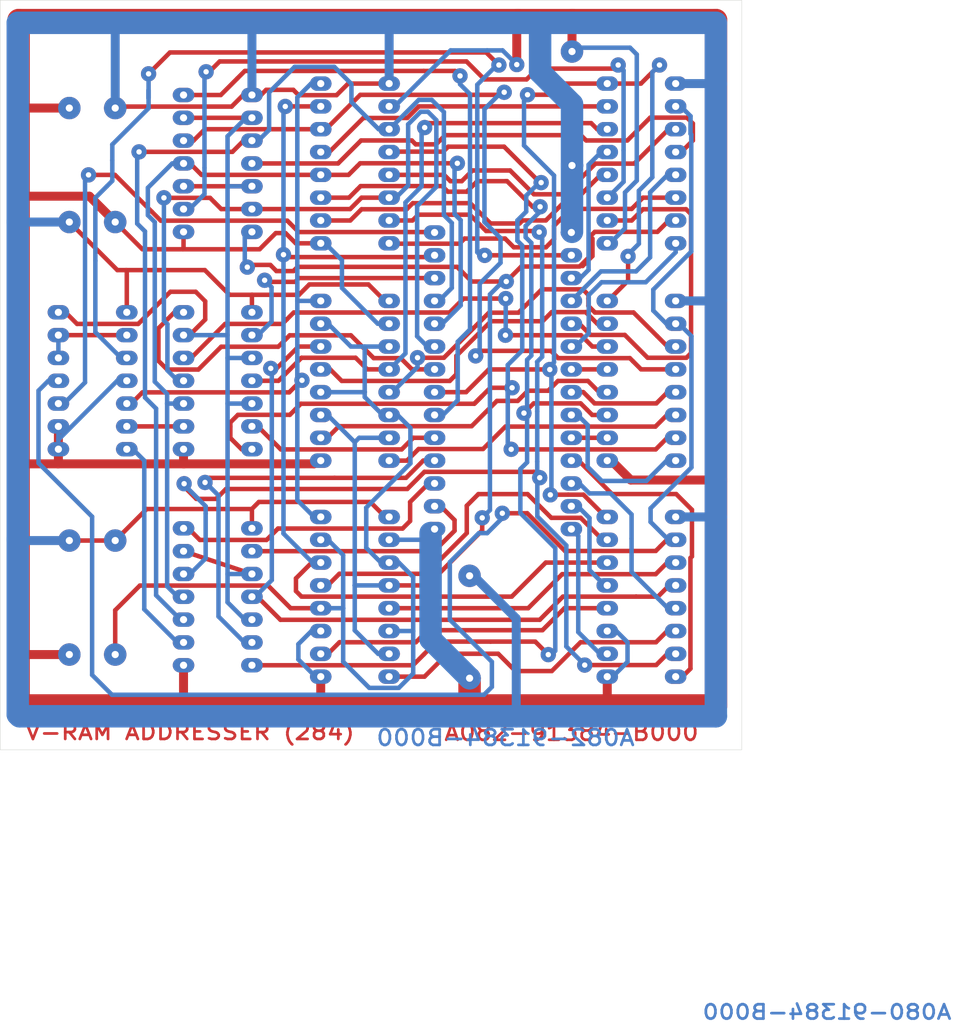
<source format=kicad_pcb>
(kicad_pcb (version 20240108) (generator "pcbnew") (generator_version "8.0")
  (title_block (title "V-RAM ADDRESSER (284)") (company "MIDWAY MFG. CO.") (comment 1 "Part No: A082_91384_B000"))
  (layers (0 "F.Cu" signal) (31 "B.Cu" signal) (34 "B.Paste" user) (35 "F.Paste" user) (36 "B.SilkS" user "B.Silkscreen") (37 "F.SilkS" user "F.Silkscreen") (38 "B.Mask" user) (39 "F.Mask" user) (44 "Edge.Cuts" user))
  (net 0 "")
  (net 1 "/4H")
  (net 2 "/64V")
  (net 3 "/64H")
  (net 4 "/AB0")
  (net 5 "/2H")
  (net 6 "/AB10")
  (net 7 "/16V")
  (net 8 "/AB2")
  (net 9 "/AB11")
  (net 10 "/128V")
  (net 11 "/~{128H}")
  (net 12 "/8V")
  (net 13 "/AB1")
  (net 14 "/16H")
  (net 15 "/AB9")
  (net 16 "/AB3")
  (net 17 "/32H")
  (net 18 "GND")
  (net 19 "/32V")
  (net 20 "/AB7")
  (net 21 "/FLIP")
  (net 22 "/AB6")
  (net 23 "/AB8")
  (net 24 "/AB4")
  (net 25 "/8H")
  (net 26 "/AB5")
  (net 27 "/128H")
  (net 28 "Net-(U1-I0d)")
  (net 29 "Net-(U1-I0c)")
  (net 30 "Net-(U1-I0b)")
  (net 31 "/64HP")
  (net 32 "Net-(U1-I0a)")
  (net 33 "/8HP")
  (net 34 "Net-(U1-OE)")
  (net 35 "/32HP")
  (net 36 "/16HP")
  (net 37 "/8VP")
  (net 38 "/16VP")
  (net 39 "/128HP")
  (net 40 "Net-(U2-I0b)")
  (net 41 "/32VP")
  (net 42 "Net-(U2-I0c)")
  (net 43 "Net-(U2-I0d)")
  (net 44 "Net-(U2-I0a)")
  (net 45 "Net-(U3-I0b)")
  (net 46 "Net-(U3-I0c)")
  (net 47 "Net-(U3-I0d)")
  (net 48 "/128VP")
  (net 49 "Net-(U3-I0a)")
  (net 50 "Net-(U4-S)")
  (net 51 "/64VP")
  (net 52 "/P")
  (net 53 "Net-(U10-Pad1)")
  (net 54 "Net-(U10-Pad9)")
  (net 55 "Net-(U10-Pad8)")
  (net 56 "Net-(U10-Pad13)")
  (net 57 "VCC")
  (footprint "Package_DIP:DIP-28_W15.24mm_LongPads" (layer "F.Cu") (at 117.442936 43.14)
    (property "Reference" "U11" (hide yes))
    (property "Value" "Conn_02x14_Counter_Clockwise" (hide yes))
  )
  (footprint "Package_DIP:DIP-14_W7.62mm_LongPads" (layer "F.Cu") (at 89.474923 27.83602)
    (property "Reference" "U7" (hide yes))
    (property "Value" "86" (hide yes))
  )
  (footprint "Package_DIP:DIP-16_W7.62mm_LongPads" (layer "F.Cu") (at 104.76118 26.56602)
    (property "Reference" "U4" (hide yes))
    (property "Value" "157" (hide yes))
  )
  (footprint "VRAMLIB:C_Rect_L9.0mm_W2.5mm_P10.16mm_MKT" (layer "F.Cu") (at 76.752936 77.439684 -90)
    (property "Reference" "C5" (hide yes))
    (property "Value" ".1")
  )
  (footprint "Package_DIP:DIP-16_W7.62mm_LongPads" (layer "F.Cu") (at 136.68 26.56602)
    (property "Reference" "U1" (hide yes))
    (property "Value" "257" (hide yes))
  )
  (footprint "Package_DIP:DIP-16_W7.62mm_LongPads" (layer "F.Cu") (at 136.68 74.811394)
    (property "Reference" "U3" (hide yes))
    (property "Value" "257" (hide yes))
  )
  (footprint "Package_DIP:DIP-16_W7.62mm_LongPads" (layer "F.Cu") (at 104.76118 50.76)
    (property "Reference" "U5" (hide yes))
    (property "Value" "157" (hide yes))
  )
  (footprint "MountingHole:MountingHole_3mm" (layer "F.Cu") (at 125.062936 39.9)
    (property "Reference" "H2" (hide yes))
    (property "Value" "MountingHole")
  )
  (footprint "Package_DIP:DIP-14_W7.62mm_LongPads" (layer "F.Cu") (at 75.532936 52.03)
    (property "Reference" "U10" (hide yes))
    (property "Value" "02" (hide yes))
  )
  (footprint "VRAMLIB:C_Rect_L9.0mm_W2.5mm_P10.16mm_MKT" (layer "F.Cu") (at 81.862936 29.289684 -90)
    (property "Reference" "C3" (hide yes))
    (property "Value" ".1")
  )
  (footprint "VRAMLIB:C_Rect_L9.0mm_W2.5mm_P10.16mm_MKT" (layer "F.Cu") (at 121.342936 81.364684 -90)
    (property "Reference" "C2" (hide yes))
    (property "Value" ".1")
  )
  (footprint "Package_DIP:DIP-14_W7.62mm_LongPads" (layer "F.Cu") (at 89.474923 52.03)
    (property "Reference" "U8" (hide yes))
    (property "Value" "86" (hide yes))
  )
  (footprint "VRAMLIB:C_Rect_L9.0mm_W2.5mm_P10.16mm_MKT" (layer "F.Cu") (at 132.752936 35.684684 90)
    (property "Reference" "C1" (hide yes))
    (property "Value" ".1")
  )
  (footprint "VRAMLIB:R_Axial_DIN0207_L6.3mm_D2.5mm_P10.16mm_Horizontal" (layer "F.Cu") (at 81.862936 77.439684 -90)
    (property "Reference" "R1" (hide yes))
    (property "Value" "R_US" (hide yes))
  )
  (footprint "VRAMLIB:C_Rect_L9.0mm_W2.5mm_P10.16mm_MKT" (layer "F.Cu") (at 76.752936 41.979684 90)
    (property "Reference" "C4" (hide yes))
    (property "Value" ".1")
  )
  (footprint "MountingHole:MountingHole_3mm" (layer "F.Cu") (at 125.062936 79.4)
    (property "Reference" "H1" (hide yes))
    (property "Value" "MountingHole")
  )
  (footprint "Package_DIP:DIP-16_W7.62mm_LongPads" (layer "F.Cu") (at 104.76118 74.811394)
    (property "Reference" "U6" (hide yes))
    (property "Value" "157" (hide yes))
  )
  (footprint "Package_DIP:DIP-16_W7.62mm_LongPads" (layer "F.Cu") (at 136.68 50.76)
    (property "Reference" "U2" (hide yes))
    (property "Value" "257" (hide yes))
  )
  (footprint "Package_DIP:DIP-14_W7.62mm_LongPads" (layer "F.Cu") (at 89.474923 76.081394)
    (property "Reference" "U9" (hide yes))
    (property "Value" "86" (hide yes))
  )
  (gr_rect (start 69.052936 17.284684) (end 151.662936 100.734684) (stroke (width 0.05)) (fill none) (layer "Edge.Cuts"))
  (gr_text "A082-91384-B000" (at 132.7 98.8 0) (layer "F.Cu") (effects (font (size 1.8 1.91) (thickness 0.3) (bold yes))))
  (gr_text "V-RAM ADDRESSER (284)" (at 90.2 98.8 0) (layer "F.Cu") (effects (font (size 1.6 1.89) (thickness 0.3) (bold yes))))
  (gr_text "A080-91384-B000" (at 175.2 130.87 0) (layer "B.Cu") (effects (font (size 1.6 1.87) (thickness 0.3) (bold yes)) (justify left bottom mirror)))
  (gr_text "A082-91384-B000" (at 125.34919 99.394049 0) (layer "B.Cu") (effects (font (size 1.75 1.94) (thickness 0.3) (bold yes)) (justify mirror)))
  (segment (start 102 81.65) (end 103.758606 79.891394) (width 0.5) (layer "F.Cu") (net 1))
  (segment (start 126.038606 83.681394) (end 102.621394 83.681394) (width 0.5) (layer "F.Cu") (net 1))
  (segment (start 136.68 79.891394) (end 129.828606 79.891394) (width 0.5) (layer "F.Cu") (net 1))
  (segment (start 117.442936 45.68) (end 117.17 45.68) (width 0.5) (layer "F.Cu") (net 1))
  (segment (start 116.97 45.88) (end 100.88 45.88) (width 0.5) (layer "F.Cu") (net 1))
  (segment (start 102 83.06) (end 102 81.65) (width 0.5) (layer "F.Cu") (net 1))
  (segment (start 129.828606 79.891394) (end 126.038606 83.681394) (width 0.5) (layer "F.Cu") (net 1))
  (segment (start 103.758606 79.891394) (end 104.76118 79.891394) (width 0.5) (layer "F.Cu") (net 1))
  (segment (start 104.76118 29.10602) (end 100.81398 29.10602) (width 0.5) (layer "F.Cu") (net 1))
  (segment (start 102.621394 83.681394) (end 102 83.06) (width 0.5) (layer "F.Cu") (net 1))
  (segment (start 117.17 45.68) (end 116.97 45.88) (width 0.5) (layer "F.Cu") (net 1))
  (segment (start 100.88 45.88) (end 100.61 45.61) (width 0.5) (layer "F.Cu") (net 1))
  (segment (start 100.81398 29.10602) (end 100.81 29.11) (width 0.5) (layer "F.Cu") (net 1))
  (via (at 100.81 29.11) (size 1.7) (drill 0.6) (layers "F.Cu" "B.Cu") (net 1))
  (via (at 100.61 45.61) (size 1.7) (drill 0.6) (layers "F.Cu" "B.Cu") (net 1))
  (segment (start 103.841394 79.891394) (end 104.76118 79.891394) (width 0.5) (layer "B.Cu") (net 1))
  (segment (start 100.61 29.31) (end 100.61 76.66) (width 0.5) (layer "B.Cu") (net 1))
  (segment (start 100.61 76.66) (end 103.841394 79.891394) (width 0.5) (layer "B.Cu") (net 1))
  (segment (start 100.81 29.11) (end 100.78 29.11) (width 0.5) (layer "B.Cu") (net 1))
  (segment (start 100.78 29.11) (end 100.4 29.49) (width 0.5) (layer "B.Cu") (net 1))
  (segment (start 100.81 29.11) (end 100.61 29.31) (width 0.5) (layer "B.Cu") (net 1))
  (segment (start 114.72 73.14) (end 116.78 71.08) (width 0.5) (layer "F.Cu") (net 2))
  (segment (start 113.878606 76.101394) (end 114.72 75.26) (width 0.5) (layer "F.Cu") (net 2))
  (segment (start 90.001394 76.081394) (end 91.291394 77.371394) (width 0.5) (layer "F.Cu") (net 2))
  (segment (start 99.998606 76.101394) (end 113.878606 76.101394) (width 0.5) (layer "F.Cu") (net 2))
  (segment (start 91.291394 77.371394) (end 98.728606 77.371394) (width 0.5) (layer "F.Cu") (net 2))
  (segment (start 89.474923 76.081394) (end 90.001394 76.081394) (width 0.5) (layer "F.Cu") (net 2))
  (segment (start 98.728606 77.371394) (end 99.998606 76.101394) (width 0.5) (layer "F.Cu") (net 2))
  (segment (start 116.78 71.08) (end 117.442936 71.08) (width 0.5) (layer "F.Cu") (net 2))
  (segment (start 114.72 75.26) (end 114.72 73.14) (width 0.5) (layer "F.Cu") (net 2))
  (segment (start 93.67602 40.53602) (end 92.91 39.77) (width 0.5) (layer "F.Cu") (net 3))
  (segment (start 109.30398 39.26602) (end 112.38118 39.26602) (width 0.5) (layer "F.Cu") (net 3))
  (segment (start 108.03398 40.53602) (end 109.30398 39.26602) (width 0.5) (layer "F.Cu") (net 3))
  (segment (start 97.094923 40.53602) (end 108.03398 40.53602) (width 0.5) (layer "F.Cu") (net 3))
  (segment (start 87.29602 39.28602) (end 87.29 39.28) (width 0.5) (layer "F.Cu") (net 3))
  (segment (start 92.42602 39.28602) (end 87.29602 39.28602) (width 0.5) (layer "F.Cu") (net 3))
  (segment (start 97.094923 40.53602) (end 93.67602 40.53602) (width 0.5) (layer "F.Cu") (net 3))
  (segment (start 92.91 39.77) (end 92.42602 39.28602) (width 0.5) (layer "F.Cu") (net 3))
  (via (at 87.29 39.28) (size 1.7) (drill 0.6) (layers "F.Cu" "B.Cu") (net 3))
  (segment (start 112.38118 39.26602) (end 113.13398 39.26602) (width 0.5) (layer "B.Cu") (net 3))
  (segment (start 115.5 54.7) (end 116.64 55.84) (width 0.5) (layer "B.Cu") (net 3))
  (segment (start 87.68 58.49) (end 88.84 59.65) (width 0.5) (layer "B.Cu") (net 3))
  (segment (start 114.5 31.1) (end 115.9 29.7) (width 0.5) (layer "B.Cu") (net 3))
  (segment (start 115.5 40.2) (end 115.5 54.7) (width 0.5) (layer "B.Cu") (net 3))
  (segment (start 115.9 29.7) (end 116.7 29.7) (width 0.5) (layer "B.Cu") (net 3))
  (segment (start 87.29 39.28) (end 87.29 52.95) (width 0.5) (layer "B.Cu") (net 3))
  (segment (start 114.5 37.9) (end 114.5 31.1) (width 0.5) (layer "B.Cu") (net 3))
  (segment (start 116.7 29.7) (end 117.64 30.64) (width 0.5) (layer "B.Cu") (net 3))
  (segment (start 87.29 52.95) (end 87.68 53.34) (width 0.5) (layer "B.Cu") (net 3))
  (segment (start 116.64 55.84) (end 117.442936 55.84) (width 0.5) (layer "B.Cu") (net 3))
  (segment (start 117.64 30.64) (end 117.64 38.06) (width 0.5) (layer "B.Cu") (net 3))
  (segment (start 113.13398 39.26602) (end 114.5 37.9) (width 0.5) (layer "B.Cu") (net 3))
  (segment (start 87.68 53.34) (end 87.68 58.49) (width 0.5) (layer "B.Cu") (net 3))
  (segment (start 117.64 38.06) (end 115.5 40.2) (width 0.5) (layer "B.Cu") (net 3))
  (segment (start 88.84 59.65) (end 89.474923 59.65) (width 0.5) (layer "B.Cu") (net 3))
  (segment (start 134.6 35.6) (end 134.6 47.3) (width 0.5) (layer "B.Cu") (net 4))
  (segment (start 136.68 34.18602) (end 136.01398 34.18602) (width 0.5) (layer "B.Cu") (net 4))
  (segment (start 134.6 47.3) (end 133.68 48.22) (width 0.5) (layer "B.Cu") (net 4))
  (segment (start 133.68 48.22) (end 132.682936 48.22) (width 0.5) (layer "B.Cu") (net 4))
  (segment (start 136.01398 34.18602) (end 134.6 35.6) (width 0.5) (layer "B.Cu") (net 4))
  (segment (start 101.03602 41.82602) (end 86.93602 41.82602) (width 0.5) (layer "F.Cu") (net 5))
  (segment (start 117.398956 43.09602) (end 102.30602 43.09602) (width 0.5) (layer "F.Cu") (net 5))
  (segment (start 102.30602 43.09602) (end 101.32 42.11) (width 0.5) (layer "F.Cu") (net 5))
  (segment (start 85.95 40.84) (end 81.84 36.73) (width 0.5) (layer "F.Cu") (net 5))
  (segment (start 117.442936 43.14) (end 117.398956 43.09602) (width 0.5) (layer "F.Cu") (net 5))
  (segment (start 86.93602 41.82602) (end 85.95 40.84) (width 0.5) (layer "F.Cu") (net 5))
  (segment (start 81.84 36.73) (end 78.89 36.73) (width 0.5) (layer "F.Cu") (net 5))
  (segment (start 101.32 42.11) (end 101.03602 41.82602) (width 0.5) (layer "F.Cu") (net 5))
  (via (at 78.89 36.73) (size 1.7) (drill 0.6) (layers "F.Cu" "B.Cu") (net 5))
  (segment (start 78.5 37.12) (end 78.89 36.73) (width 0.5) (layer "B.Cu") (net 5))
  (segment (start 75.532936 62.19) (end 76.15 62.19) (width 0.5) (layer "B.Cu") (net 5))
  (segment (start 78.5 59.84) (end 78.5 37.12) (width 0.5) (layer "B.Cu") (net 5))
  (segment (start 76.15 62.19) (end 78.5 59.84) (width 0.5) (layer "B.Cu") (net 5))
  (segment (start 133.39 73.62) (end 132.682936 73.62) (width 0.5) (layer "B.Cu") (net 6))
  (segment (start 136.68 82.431394) (end 136.411394 82.431394) (width 0.5) (layer "B.Cu") (net 6))
  (segment (start 136.411394 82.431394) (end 134.7 80.72) (width 0.5) (layer "B.Cu") (net 6))
  (segment (start 134.7 80.72) (end 134.7 74.93) (width 0.5) (layer "B.Cu") (net 6))
  (segment (start 134.7 74.93) (end 133.39 73.62) (width 0.5) (layer "B.Cu") (net 6))
  (segment (start 113.78 67.29) (end 115.07 66) (width 0.5) (layer "F.Cu") (net 7))
  (segment (start 100.31 67.29) (end 113.78 67.29) (width 0.5) (layer "F.Cu") (net 7))
  (segment (start 115.07 66) (end 117.442936 66) (width 0.5) (layer "F.Cu") (net 7))
  (segment (start 97.75 64.73) (end 100.31 67.29) (width 0.5) (layer "F.Cu") (net 7))
  (segment (start 97.094923 64.73) (end 97.75 64.73) (width 0.5) (layer "F.Cu") (net 7))
  (segment (start 136.68 41.80602) (end 139.40398 41.80602) (width 0.5) (layer "F.Cu") (net 8))
  (segment (start 141.18 57.09) (end 138.64 54.55) (width 0.5) (layer "F.Cu") (net 8))
  (segment (start 133.57 53.3) (end 132.682936 53.3) (width 0.5) (layer "F.Cu") (net 8))
  (segment (start 138.64 54.55) (end 134.82 54.55) (width 0.5) (layer "F.Cu") (net 8))
  (segment (start 145.5 57.09) (end 141.18 57.09) (width 0.5) (layer "F.Cu") (net 8))
  (segment (start 145.46602 40.55602) (end 146.02 41.11) (width 0.5) (layer "F.Cu") (net 8))
  (segment (start 140.65398 40.55602) (end 145.46602 40.55602) (width 0.5) (layer "F.Cu") (net 8))
  (segment (start 146.02 41.11) (end 146.02 56.57) (width 0.5) (layer "F.Cu") (net 8))
  (segment (start 139.40398 41.80602) (end 140.65398 40.55602) (width 0.5) (layer "F.Cu") (net 8))
  (segment (start 134.82 54.55) (end 133.57 53.3) (width 0.5) (layer "F.Cu") (net 8))
  (segment (start 146.02 56.57) (end 145.5 57.09) (width 0.5) (layer "F.Cu") (net 8))
  (segment (start 133.45 76.927064) (end 132.682936 76.16) (width 0.5) (layer "B.Cu") (net 9))
  (segment (start 135.871394 90.051394) (end 133.45 87.63) (width 0.5) (layer "B.Cu") (net 9))
  (segment (start 133.45 87.63) (end 133.45 76.927064) (width 0.5) (layer "B.Cu") (net 9))
  (segment (start 136.68 90.051394) (end 135.871394 90.051394) (width 0.5) (layer "B.Cu") (net 9))
  (segment (start 118.13 73.62) (end 117.442936 73.62) (width 0.5) (layer "F.Cu") (net 10))
  (segment (start 117.398606 78.621394) (end 119.67 76.35) (width 0.5) (layer "F.Cu") (net 10))
  (segment (start 97.094923 78.621394) (end 117.398606 78.621394) (width 0.5) (layer "F.Cu") (net 10))
  (segment (start 119.67 75.16) (end 118.13 73.62) (width 0.5) (layer "F.Cu") (net 10))
  (segment (start 119.67 76.35) (end 119.67 75.16) (width 0.5) (layer "F.Cu") (net 10))
  (segment (start 140.43398 26.56602) (end 141.3 25.7) (width 0.5) (layer "F.Cu") (net 11))
  (segment (start 117.442936 60.92) (end 120.95 60.92) (width 0.5) (layer "F.Cu") (net 11))
  (segment (start 132.33 72.33) (end 130.36 72.33) (width 0.5) (layer "F.Cu") (net 11))
  (segment (start 139 45.8) (end 139 48.5) (width 0.5) (layer "F.Cu") (net 11))
  (segment (start 130.36 72.33) (end 130.34 72.35) (width 0.5) (layer "F.Cu") (net 11))
  (segment (start 141.3 25.7) (end 142.5 24.5) (width 0.5) (layer "F.Cu") (net 11))
  (segment (start 136.68 26.56602) (end 140.43398 26.56602) (width 0.5) (layer "F.Cu") (net 11))
  (segment (start 136.74 50.76) (end 136.68 50.76) (width 0.5) (layer "F.Cu") (net 11))
  (segment (start 134.03 72.33) (end 132.33 72.33) (width 0.5) (layer "F.Cu") (net 11))
  (segment (start 131.51398 26.56602) (end 130.96 27.12) (width 0.5) (layer "F.Cu") (net 11))
  (segment (start 130.96 27.12) (end 130.27398 27.80602) (width 0.5) (layer "F.Cu") (net 11))
  (segment (start 139 48.5) (end 136.74 50.76) (width 0.5) (layer "F.Cu") (net 11))
  (segment (start 136.511394 74.811394) (end 134.71 73.01) (width 0.5) (layer "F.Cu") (net 11))
  (segment (start 120.95 60.92) (end 123.48 58.39) (width 0.5) (layer "F.Cu") (net 11))
  (segment (start 136.68 26.56602) (end 131.51398 26.56602) (width 0.5) (layer "F.Cu") (net 11))
  (segment (start 136.68 74.811394) (end 136.511394 74.811394) (width 0.5) (layer "F.Cu") (net 11))
  (segment (start 134.71 73.01) (end 134.03 72.33) (width 0.5) (layer "F.Cu") (net 11))
  (segment (start 125.77 58.39) (end 130.27 58.39) (width 0.5) (layer "F.Cu") (net 11))
  (segment (start 130.27398 27.80602) (end 127.8 27.80602) (width 0.5) (layer "F.Cu") (net 11))
  (segment (start 130.27 58.39) (end 130.28 58.4) (width 0.5) (layer "F.Cu") (net 11))
  (segment (start 123.48 58.39) (end 125.77 58.39) (width 0.5) (layer "F.Cu") (net 11))
  (via (at 130.28 58.4) (size 1.7) (drill 0.6) (layers "F.Cu" "B.Cu") (net 11))
  (via (at 142.5 24.5) (size 1.7) (drill 0.6) (layers "F.Cu" "B.Cu") (net 11))
  (via (at 139 45.8) (size 1.7) (drill 0.6) (layers "F.Cu" "B.Cu") (net 11))
  (via (at 127.8 27.80602) (size 1.7) (drill 0.6) (layers "F.Cu" "B.Cu") (net 11))
  (via (at 130.34 72.35) (size 1.7) (drill 0.6) (layers "F.Cu" "B.Cu") (net 11))
  (segment (start 130.75 36.8) (end 127.41 33.46) (width 0.5) (layer "B.Cu") (net 11))
  (segment (start 140.2 38.5) (end 141.7 37) (width 0.5) (layer "B.Cu") (net 11))
  (segment (start 130.46 58.58) (end 130.28 58.4) (width 0.5) (layer "B.Cu") (net 11))
  (segment (start 130.34 72.35) (end 130.34 71.95) (width 0.5) (layer "B.Cu") (net 11))
  (segment (start 140.2 44.4) (end 140.2 38.5) (width 0.5) (layer "B.Cu") (net 11))
  (segment (start 141.7 25.3) (end 142.5 24.5) (width 0.5) (layer "B.Cu") (net 11))
  (segment (start 130.28 58.07) (end 130.75 57.6) (width 0.5) (layer "B.Cu") (net 11))
  (segment (start 127.41 28.19602) (end 127.8 27.80602) (width 0.5) (layer "B.Cu") (net 11))
  (segment (start 127.41 33.46) (end 127.41 28.19602) (width 0.5) (layer "B.Cu") (net 11))
  (segment (start 130.28 58.4) (end 130.28 58.07) (width 0.5) (layer "B.Cu") (net 11))
  (segment (start 130.75 57.6) (end 130.75 36.8) (width 0.5) (layer "B.Cu") (net 11))
  (segment (start 130.46 71.83) (end 130.46 58.58) (width 0.5) (layer "B.Cu") (net 11))
  (segment (start 139 45.6) (end 140.2 44.4) (width 0.5) (layer "B.Cu") (net 11))
  (segment (start 139 45.8) (end 139 45.6) (width 0.5) (layer "B.Cu") (net 11))
  (segment (start 130.34 71.95) (end 130.46 71.83) (width 0.5) (layer "B.Cu") (net 11))
  (segment (start 141.7 37) (end 141.7 25.3) (width 0.5) (layer "B.Cu") (net 11))
  (segment (start 95.47 25.99) (end 96.3 25.16) (width 0.5) (layer "F.Cu") (net 12))
  (segment (start 89.474923 27.83602) (end 93.62398 27.83602) (width 0.5) (layer "F.Cu") (net 12))
  (segment (start 119.73 25.16) (end 120.28 25.71) (width 0.5) (layer "F.Cu") (net 12))
  (segment (start 116.23 25.16) (end 119.73 25.16) (width 0.5) (layer "F.Cu") (net 12))
  (segment (start 96.3 25.16) (end 116.23 25.16) (width 0.5) (layer "F.Cu") (net 12))
  (segment (start 93.62398 27.83602) (end 95.47 25.99) (width 0.5) (layer "F.Cu") (net 12))
  (via (at 120.28 25.71) (size 1.7) (drill 0.6) (layers "F.Cu" "B.Cu") (net 12))
  (segment (start 120.28 26.63) (end 120.28 25.71) (width 0.5) (layer "B.Cu") (net 12))
  (segment (start 117.442936 63.46) (end 118.38 63.46) (width 0.5) (layer "B.Cu") (net 12))
  (segment (start 118.38 63.46) (end 120.02 61.82) (width 0.5) (layer "B.Cu") (net 12))
  (segment (start 120.02 55.31) (end 121.39 53.94) (width 0.5) (layer "B.Cu") (net 12))
  (segment (start 121.39 53.94) (end 121.39 27.74) (width 0.5) (layer "B.Cu") (net 12))
  (segment (start 121.39 27.74) (end 120.28 26.63) (width 0.5) (layer "B.Cu") (net 12))
  (segment (start 120.02 61.82) (end 120.02 55.31) (width 0.5) (layer "B.Cu") (net 12))
  (segment (start 141.46 38.67) (end 143.40398 36.72602) (width 0.5) (layer "B.Cu") (net 13))
  (segment (start 143.40398 36.72602) (end 144.3 36.72602) (width 0.5) (layer "B.Cu") (net 13))
  (segment (start 141.46 45.9) (end 141.46 38.67) (width 0.5) (layer "B.Cu") (net 13))
  (segment (start 132.682936 50.76) (end 132.69 50.76) (width 0.5) (layer "B.Cu") (net 13))
  (segment (start 132.69 50.76) (end 135.98 47.47) (width 0.5) (layer "B.Cu") (net 13))
  (segment (start 139.89 47.47) (end 141.46 45.9) (width 0.5) (layer "B.Cu") (net 13))
  (segment (start 135.98 47.47) (end 139.89 47.47) (width 0.5) (layer "B.Cu") (net 13))
  (segment (start 84.52 34.16602) (end 94.92398 34.16602) (width 0.5) (layer "F.Cu") (net 14))
  (segment (start 96.17398 32.91602) (end 97.094923 32.91602) (width 0.5) (layer "F.Cu") (net 14))
  (segment (start 94.92398 34.16602) (end 96.17398 32.91602) (width 0.5) (layer "F.Cu") (net 14))
  (via (at 84.52 34.16602) (size 1.7) (drill 0.6) (layers "F.Cu" "B.Cu") (net 14))
  (segment (start 119.36 49.32) (end 119.36 42.08) (width 0.5) (layer "B.Cu") (net 14))
  (segment (start 117.13 28.38) (end 115.68 28.38) (width 0.5) (layer "B.Cu") (net 14))
  (segment (start 89.474923 86.241394) (end 89.131394 86.241394) (width 0.5) (layer "B.Cu") (net 14))
  (segment (start 86.42 62.75) (end 85.18 61.51) (width 0.5) (layer "B.Cu") (net 14))
  (segment (start 119.36 42.08) (end 118.48 41.2) (width 0.5) (layer "B.Cu") (net 14))
  (segment (start 117.442936 50.76) (end 117.92 50.76) (width 0.5) (layer "B.Cu") (net 14))
  (segment (start 101.86 24.7) (end 99.01 27.55) (width 0.5) (layer "B.Cu") (net 14))
  (segment (start 86.42 83.53) (end 86.42 62.75) (width 0.5) (layer "B.Cu") (net 14))
  (segment (start 112.38118 31.64602) (end 111.21602 31.64602) (width 0.5) (layer "B.Cu") (net 14))
  (segment (start 117.92 50.76) (end 119.36 49.32) (width 0.5) (layer "B.Cu") (net 14))
  (segment (start 106.27 24.7) (end 101.86 24.7) (width 0.5) (layer "B.Cu") (net 14))
  (segment (start 108.18 26.61) (end 106.27 24.7) (width 0.5) (layer "B.Cu") (net 14))
  (segment (start 118.48 41.2) (end 118.48 29.73) (width 0.5) (layer "B.Cu") (net 14))
  (segment (start 84.31 34.37602) (end 84.52 34.16602) (width 0.5) (layer "B.Cu") (net 14))
  (segment (start 85.18 61.51) (end 85.18 43.02) (width 0.5) (layer "B.Cu") (net 14))
  (segment (start 89.131394 86.241394) (end 86.42 83.53) (width 0.5) (layer "B.Cu") (net 14))
  (segment (start 115.68 28.38) (end 112.41398 31.64602) (width 0.5) (layer "B.Cu") (net 14))
  (segment (start 112.41398 31.64602) (end 112.38118 31.64602) (width 0.5) (layer "B.Cu") (net 14))
  (segment (start 108.18 28.61) (end 108.18 26.61) (width 0.5) (layer "B.Cu") (net 14))
  (segment (start 111.21602 31.64602) (end 108.18 28.61) (width 0.5) (layer "B.Cu") (net 14))
  (segment (start 118.48 29.73) (end 117.13 28.38) (width 0.5) (layer "B.Cu") (net 14))
  (segment (start 85.18 43.02) (end 84.31 42.15) (width 0.5) (layer "B.Cu") (net 14))
  (segment (start 99.01 27.55) (end 99.01 31.72) (width 0.5) (layer "B.Cu") (net 14))
  (segment (start 99.01 31.72) (end 97.81398 32.91602) (width 0.5) (layer "B.Cu") (net 14))
  (segment (start 97.81398 32.91602) (end 97.094923 32.91602) (width 0.5) (layer "B.Cu") (net 14))
  (segment (start 84.31 42.15) (end 84.31 34.37602) (width 0.5) (layer "B.Cu") (net 14))
  (segment (start 132.682936 71.08) (end 133.58 71.08) (width 0.5) (layer "B.Cu") (net 15))
  (segment (start 142.37 83.91) (end 139.39 80.93) (width 0.5) (layer "B.Cu") (net 15))
  (segment (start 139.39 74.53) (end 137.05 72.19) (width 0.5) (layer "B.Cu") (net 15))
  (segment (start 134.69 72.19) (end 137.05 72.19) (width 0.5) (layer "B.Cu") (net 15))
  (segment (start 143.431394 84.971394) (end 142.37 83.91) (width 0.5) (layer "B.Cu") (net 15))
  (segment (start 133.58 71.08) (end 134.69 72.19) (width 0.5) (layer "B.Cu") (net 15))
  (segment (start 144.3 84.971394) (end 143.431394 84.971394) (width 0.5) (layer "B.Cu") (net 15))
  (segment (start 139.39 77.22) (end 139.39 74.53) (width 0.5) (layer "B.Cu") (net 15))
  (segment (start 139.39 80.93) (end 139.39 77.22) (width 0.5) (layer "B.Cu") (net 15))
  (segment (start 133.14 55.84) (end 134.62 54.36) (width 0.5) (layer "B.Cu") (net 16))
  (segment (start 136.05 48.68) (end 140.97 48.68) (width 0.5) (layer "B.Cu") (net 16))
  (segment (start 140.97 48.68) (end 144.3 45.35) (width 0.5) (layer "B.Cu") (net 16))
  (segment (start 134.62 54.36) (end 134.62 50.11) (width 0.5) (layer "B.Cu") (net 16))
  (segment (start 132.682936 55.84) (end 133.14 55.84) (width 0.5) (layer "B.Cu") (net 16))
  (segment (start 134.62 50.11) (end 136.05 48.68) (width 0.5) (layer "B.Cu") (net 16))
  (segment (start 144.3 45.35) (end 144.3 44.34602) (width 0.5) (layer "B.Cu") (net 16))
  (segment (start 90.20602 35.45602) (end 91.47602 36.72602) (width 0.5) (layer "F.Cu") (net 17))
  (segment (start 108.83 35.76) (end 109.15398 35.43602) (width 0.5) (layer "F.Cu") (net 17))
  (segment (start 119.97602 35.43602) (end 119.98 35.44) (width 0.5) (layer "F.Cu") (net 17))
  (segment (start 104.76118 36.72602) (end 107.86398 36.72602) (width 0.5) (layer "F.Cu") (net 17))
  (segment (start 107.86398 36.72602) (end 108.83 35.76) (width 0.5) (layer "F.Cu") (net 17))
  (segment (start 91.47602 36.72602) (end 104.76118 36.72602) (width 0.5) (layer "F.Cu") (net 17))
  (segment (start 89.474923 35.45602) (end 90.20602 35.45602) (width 0.5) (layer "F.Cu") (net 17))
  (segment (start 109.15398 35.43602) (end 119.97602 35.43602) (width 0.5) (layer "F.Cu") (net 17))
  (via (at 119.98 35.44) (size 1.7) (drill 0.6) (layers "F.Cu" "B.Cu") (net 17))
  (segment (start 89.474923 35.45602) (end 88.21398 35.45602) (width 0.5) (layer "B.Cu") (net 17))
  (segment (start 119.67 35.75) (end 119.98 35.44) (width 0.5) (layer "B.Cu") (net 17))
  (segment (start 117.442936 53.3) (end 118.31 53.3) (width 0.5) (layer "B.Cu") (net 17))
  (segment (start 120.35 41.77) (end 119.67 41.09) (width 0.5) (layer "B.Cu") (net 17))
  (segment (start 85.5 38.17) (end 85.5 41.21) (width 0.5) (layer "B.Cu") (net 17))
  (segment (start 87.65 62.19) (end 87.65 82.53) (width 0.5) (layer "B.Cu") (net 17))
  (segment (start 88.21398 35.45602) (end 85.5 38.17) (width 0.5) (layer "B.Cu") (net 17))
  (segment (start 86.27 59.75) (end 87.65 61.13) (width 0.5) (layer "B.Cu") (net 17))
  (segment (start 88.821394 83.701394) (end 89.474923 83.701394) (width 0.5) (layer "B.Cu") (net 17))
  (segment (start 120.35 51.26) (end 120.35 41.77) (width 0.5) (layer "B.Cu") (net 17))
  (segment (start 87.65 61.13) (end 87.65 62.19) (width 0.5) (layer "B.Cu") (net 17))
  (segment (start 87.65 82.53) (end 88.821394 83.701394) (width 0.5) (layer "B.Cu") (net 17))
  (segment (start 85.5 41.21) (end 86.27 41.98) (width 0.5) (layer "B.Cu") (net 17))
  (segment (start 118.31 53.3) (end 120.35 51.26) (width 0.5) (layer "B.Cu") (net 17))
  (segment (start 89.474923 62.19) (end 87.65 62.19) (width 0.5) (layer "B.Cu") (net 17))
  (segment (start 86.27 41.98) (end 86.27 59.75) (width 0.5) (layer "B.Cu") (net 17))
  (segment (start 119.67 41.09) (end 119.67 35.75) (width 0.5) (layer "B.Cu") (net 17))
  (segment (start 148.8 70.7) (end 148.8 19.5) (width 2.5) (layer "F.Cu") (net 18))
  (segment (start 99.75 43.21) (end 97.95 45.01) (width 0.5) (layer "F.Cu") (net 18))
  (segment (start 139.3 70.7) (end 148.8 70.7) (width 1) (layer "F.Cu") (net 18))
  (segment (start 71.1 69) (end 71.1 90.3) (width 2.5) (layer "F.Cu") (net 18))
  (segment (start 71.2 68.9) (end 71.1 69) (width 1) (layer "F.Cu") (net 18))
  (segment (start 104.76118 92.591394) (end 104.76118 95.73882) (width 1) (layer "F.Cu") (net 18))
  (segment (start 132.752936 19.547064) (end 132.8 19.5) (width 1) (layer "F.Cu") (net 18))
  (segment (start 75.532936 64.73) (end 75.532936 67.27) (width 1) (layer "F.Cu") (net 18))
  (segment (start 71.1 29.4) (end 71.1 39.1) (width 2.5) (layer "F.Cu") (net 18))
  (segment (start 89.474923 67.27) (end 89.474923 68.874923) (width 1) (layer "F.Cu") (net 18))
  (segment (start 121.342936 95.757064) (end 121.3 95.8) (width 2.5) (layer "F.Cu") (net 18))
  (segment (start 126.7 19.5) (end 71.1 19.5) (width 2.5) (layer "F.Cu") (net 18))
  (segment (start 136.7 95.8) (end 145.784684 95.8) (width 2.5) (layer "F.Cu") (net 18))
  (segment (start 89.5 95.8) (end 104.7 95.8) (width 2.5) (layer "F.Cu") (net 18))
  (segment (start 121.3 95.8) (end 136.7 95.8) (width 2.5) (layer "F.Cu") (net 18))
  (segment (start 132.752936 22.994684) (end 132.752936 19.547064) (width 1) (layer "F.Cu") (net 18))
  (segment (start 121.342936 92.764684) (end 121.342936 95.757064) (width 2.5) (layer "F.Cu") (net 18))
  (segment (start 136.68 68.54) (end 137.14 68.54) (width 1) (layer "F.Cu") (net 18))
  (segment (start 136.68 95.78) (end 136.7 95.8) (width 1) (layer "F.Cu") (net 18))
  (segment (start 148.8 95.8) (end 148.8 70.7) (width 2.5) (layer "F.Cu") (net 18))
  (segment (start 100.84 43.21) (end 99.75 43.21) (width 0.5) (layer "F.Cu") (net 18))
  (segment (start 71.210316 29.289684) (end 71.1 29.4) (width 1) (layer "F.Cu") (net 18))
  (segment (start 104.76118 68.54) (end 104.36 68.54) (width 1) (layer "F.Cu") (net 18))
  (segment (start 132.8 19.5) (end 126.7 19.5) (width 2.5) (layer "F.Cu") (net 18))
  (segment (start 71.1 19.5) (end 71.1 29.4) (width 2.5) (layer "F.Cu") (net 18))
  (segment (start 75.532936 68.867064) (end 75.5 68.9) (width 1) (layer "F.Cu") (net 18))
  (segment (start 89.474923 44.935077) (end 89.4 45.01) (width 0.5) (layer "F.Cu") (net 18))
  (segment (start 89.4 45.01) (end 84.893252 45.01) (width 0.5) (layer "F.Cu") (net 18))
  (segment (start 71.270316 90.129684) (end 71.1 90.3) (width 1) (layer "F.Cu") (net 18))
  (segment (start 76.752936 90.129684) (end 71.270316 90.129684) (width 1) (layer "F.Cu") (net 18))
  (segment (start 137.14 68.54) (end 139.3 70.7) (width 1) (layer "F.Cu") (net 18))
  (segment (start 126.6 19.6) (end 126.7 19.5) (width 1) (layer "F.Cu") (net 18))
  (segment (start 101.97602 44.34602) (end 100.84 43.21) (width 0.5) (layer "F.Cu") (net 18))
  (segment (start 104 68.9) (end 89.5 68.9) (width 1) (layer "F.Cu") (net 18))
  (segment (start 71.1 95.8) (end 89.5 95.8) (width 2.5) (layer "F.Cu") (net 18))
  (segment (start 104.36 68.54) (end 104 68.9) (width 1) (layer "F.Cu") (net 18))
  (segment (start 89.474923 95.774923) (end 89.5 95.8) (width 1) (layer "F.Cu") (net 18))
  (segment (start 148.8 19.5) (end 132.8 19.5) (width 2.5) (layer "F.Cu") (net 18))
  (segment (start 81.862936 41.979684) (end 78.983252 39.1) (width 1) (layer "F.Cu") (net 18))
  (segment (start 78.983252 39.1) (end 71.1 39.1) (width 1) (layer "F.Cu") (net 18))
  (segment (start 136.68 92.591394) (end 136.68 95.78) (width 1) (layer "F.Cu") (net 18))
  (segment (start 104.76118 95.73882) (end 104.7 95.8) (width 1) (layer "F.Cu") (net 18))
  (segment (start 75.532936 67.27) (end 75.532936 68.867064) (width 1) (layer "F.Cu") (net 18))
  (segment (start 104.7 95.8) (end 121.3 95.8) (width 2.5) (layer "F.Cu") (net 18))
  (segment (start 89.474923 91.321394) (end 89.474923 95.774923) (width 1) (layer "F.Cu") (net 18))
  (segment (start 89.5 68.9) (end 75.5 68.9) (width 1) (layer "F.Cu") (net 18))
  (segment (start 89.474923 43.07602) (end 89.474923 44.935077) (width 0.5) (layer "F.Cu") (net 18))
  (segment (start 84.893252 45.01) (end 81.862936 41.979684) (width 0.5) (layer "F.Cu") (net 18))
  (segment (start 76.752936 29.289684) (end 71.210316 29.289684) (width 1) (layer "F.Cu") (net 18))
  (segment (start 71.1 39.1) (end 71.1 69) (width 2.5) (layer "F.Cu") (net 18))
  (segment (start 75.5 68.9) (end 71.2 68.9) (width 1) (layer "F.Cu") (net 18))
  (segment (start 145.784684 95.8) (end 148.8 95.8) (width 2.5) (layer "F.Cu") (net 18))
  (segment (start 89.474923 68.874923) (end 89.5 68.9) (width 1) (layer "F.Cu") (net 18))
  (segment (start 126.6 24.45) (end 126.6 19.6) (width 1) (layer "F.Cu") (net 18))
  (segment (start 71.1 90.3) (end 71.1 95.8) (width 2.5) (layer "F.Cu") (net 18))
  (segment (start 104.76118 44.34602) (end 101.97602 44.34602) (width 0.5) (layer "F.Cu") (net 18))
  (segment (start 97.95 45.01) (end 89.4 45.01) (width 0.5) (layer "F.Cu") (net 18))
  (via (at 126.6 24.45) (size 1.7) (drill 0.6) (layers "F.Cu" "B.Cu") (net 18))
  (segment (start 139.97 37.37) (end 139.97 23.32) (width 0.5) (layer "B.Cu") (net 18))
  (segment (start 112.38118 53.3) (end 111.11 53.3) (width 0.5) (layer "B.Cu") (net 18))
  (segment (start 105.24602 44.34602) (end 104.76118 44.34602) (width 0.5) (layer "B.Cu") (net 18))
  (segment (start 138.66 42.68) (end 138.66 38.68) (width 0.5) (layer "B.Cu") (net 18))
  (segment (start 117 88.421748) (end 117 76.602936) (width 2.5) (layer "B.Cu") (net 18))
  (segment (start 83.152936 59.65) (end 82.09 59.65) (width 0.5) (layer "B.Cu") (net 18))
  (segment (start 133.17762 22.57) (end 132.752936 22.994684) (width 0.5) (layer "B.Cu") (net 18))
  (segment (start 107.12 49.31) (end 107.12 46.22) (width 0.5) (layer "B.Cu") (net 18))
  (segment (start 103.728606 87.511394) (end 104.76118 87.511394) (width 0.5) (layer "B.Cu") (net 18))
  (segment (start 138.94 88.76) (end 138.94 90.94) (width 0.5) (layer "B.Cu") (net 18))
  (segment (start 136.68 87.511394) (end 137.691394 87.511394) (width 0.5) (layer "B.Cu") (net 18))
  (segment (start 112.38118 77.351394) (end 116.251542 77.351394) (width 0.5) (layer "B.Cu") (net 18))
  (segment (start 116.251542 77.351394) (end 117.442936 76.16) (width 0.5) (layer "B.Cu") (net 18))
  (segment (start 107.12 46.22) (end 105.24602 44.34602) (width 0.5) (layer "B.Cu") (net 18))
  (segment (start 115.6 26.5) (end 119.23 22.87) (width 0.5) (layer "B.Cu") (net 18))
  (segment (start 75.532936 66.207064) (end 75.532936 67.27) (width 0.5) (layer "B.Cu") (net 18))
  (segment (start 125.02 22.87) (end 126.6 24.45) (width 0.5) (layer "B.Cu") (net 18))
  (segment (start 123.3 22.87) (end 125.02 22.87) (width 0.5) (layer "B.Cu") (net 18))
  (segment (start 138.94 90.94) (end 137.288606 92.591394) (width 0.5) (layer "B.Cu") (net 18))
  (segment (start 111.11 53.3) (end 107.12 49.31) (width 0.5) (layer "B.Cu") (net 18))
  (segment (start 139.97 23.32) (end 139.22 22.57) (width 0.5) (layer "B.Cu") (net 18))
  (segment (start 119.23 22.87) (end 123.3 22.87) (width 0.5) (layer "B.Cu") (net 18))
  (segment (start 112.38118 29.10602) (end 112.99398 29.10602) (width 0.5) (layer "B.Cu") (net 18))
  (segment (start 82.09 59.65) (end 75.532936 66.207064) (width 0.5) (layer "B.Cu") (net 18))
  (segment (start 102.27 90.68) (end 102.27 88.97) (width 0.5) (layer "B.Cu") (net 18))
  (segment (start 137.691394 87.511394) (end 138.94 88.76) (width 0.5) (layer "B.Cu") (net 18))
  (segment (start 104.181394 92.591394) (end 102.27 90.68) (width 0.5) (layer "B.Cu") (net 18))
  (segment (start 112.99398 29.10602) (end 115.6 26.5) (width 0.5) (layer "B.Cu") (net 18))
  (segment (start 137.288606 92.591394) (end 136.68 92.591394) (width 0.5) (layer "B.Cu") (net 18))
  (segment (start 104.76118 92.591394) (end 104.181394 92.591394) (width 0.5) (layer "B.Cu") (net 18))
  (segment (start 136.99398 44.34602) (end 138.66 42.68) (width 0.5) (layer "B.Cu") (net 18))
  (segment (start 75.532936 64.73) (end 75.532936 66.207064) (width 0.5) (layer "B.Cu") (net 18))
  (segment (start 102.27 88.97) (end 103.728606 87.511394) (width 0.5) (layer "B.Cu") (net 18))
  (segment (start 121.342936 92.764684) (end 117 88.421748) (width 2.5) (layer "B.Cu") (net 18))
  (segment (start 136.68 44.34602) (end 136.99398 44.34602) (width 0.5) (layer "B.Cu") (net 18))
  (segment (start 138.66 38.68) (end 139.97 37.37) (width 0.5) (layer "B.Cu") (net 18))
  (segment (start 139.22 22.57) (end 133.17762 22.57) (width 0.5) (layer "B.Cu") (net 18))
  (segment (start 117.442936 68.54) (end 116.18 68.54) (width 0.5) (layer "F.Cu") (net 19))
  (segment (start 106.3 70.46) (end 92.38 70.46) (width 0.5) (layer "F.Cu") (net 19))
  (segment (start 114.84 69.88) (end 114.26 70.46) (width 0.5) (layer "F.Cu") (net 19))
  (segment (start 92.38 70.46) (end 91.87 70.97) (width 0.5) (layer "F.Cu") (net 19))
  (segment (start 116.18 68.54) (end 114.84 69.88) (width 0.5) (layer "F.Cu") (net 19))
  (segment (start 114.26 70.46) (end 106.3 70.46) (width 0.5) (layer "F.Cu") (net 19))
  (via (at 91.87 70.97) (size 1.7) (drill 0.6) (layers "F.Cu" "B.Cu") (net 19))
  (segment (start 96.261394 88.781394) (end 93.37 85.89) (width 0.5) (layer "B.Cu") (net 19))
  (segment (start 97.094923 88.781394) (end 96.261394 88.781394) (width 0.5) (layer "B.Cu") (net 19))
  (segment (start 91.92 70.97) (end 91.87 70.97) (width 0.5) (layer "B.Cu") (net 19))
  (segment (start 93.37 85.89) (end 93.37 72.42) (width 0.5) (layer "B.Cu") (net 19))
  (segment (start 93.37 72.42) (end 91.92 70.97) (width 0.5) (layer "B.Cu") (net 19))
  (segment (start 132.682936 66) (end 136.68 66) (width 0.5) (layer "F.Cu") (net 20))
  (segment (start 132.682936 45.68) (end 123.04 45.68) (width 0.5) (layer "F.Cu") (net 21))
  (segment (start 124.61 24.5) (end 124.6 24.5) (width 0.5) (layer "F.Cu") (net 21))
  (segment (start 87.96 23.1) (end 85.58 25.48) (width 0.5) (layer "F.Cu") (net 21))
  (segment (start 124.6 24.5) (end 123.2 23.1) (width 0.5) (layer "F.Cu") (net 21))
  (segment (start 123.2 23.1) (end 87.96 23.1) (width 0.5) (layer "F.Cu") (net 21))
  (segment (start 123.04 45.68) (end 123.03 45.69) (width 0.5) (layer "F.Cu") (net 21))
  (via (at 124.61 24.5) (size 1.7) (drill 0.6) (layers "F.Cu" "B.Cu") (net 21))
  (via (at 123.03 45.69) (size 1.7) (drill 0.6) (layers "F.Cu" "B.Cu") (net 21))
  (via (at 85.58 25.48) (size 1.7) (drill 0.6) (layers "F.Cu" "B.Cu") (net 21))
  (segment (start 79.65 46.29) (end 79.65 39.28) (width 0.5) (layer "B.Cu") (net 21))
  (segment (start 83.22 31.67) (end 85.58 29.31) (width 0.5) (layer "B.Cu") (net 21))
  (segment (start 82.52 57.11) (end 80.53 55.12) (width 0.5) (layer "B.Cu") (net 21))
  (segment (start 79.65 54.24) (end 79.65 46.29) (width 0.5) (layer "B.Cu") (net 21))
  (segment (start 80.93 38) (end 81.54 37.39) (width 0.5) (layer "B.Cu") (net 21))
  (segment (start 81.54 35.11) (end 81.54 33.35) (width 0.5) (layer "B.Cu") (net 21))
  (segment (start 122.55 45.69) (end 122.45 45.59) (width 0.5) (layer "B.Cu") (net 21))
  (segment (start 85.58 29.31) (end 85.58 27.29) (width 0.5) (layer "B.Cu") (net 21))
  (segment (start 83.152936 57.11) (end 82.52 57.11) (width 0.5) (layer "B.Cu") (net 21))
  (segment (start 81.54 37.39) (end 81.54 35.11) (width 0.5) (layer "B.Cu") (net 21))
  (segment (start 79.65 39.28) (end 80.93 38) (width 0.5) (layer "B.Cu") (net 21))
  (segment (start 123.03 45.69) (end 122.55 45.69) (width 0.5) (layer "B.Cu") (net 21))
  (segment (start 80.53 55.12) (end 79.65 54.24) (width 0.5) (layer "B.Cu") (net 21))
  (segment (start 85.58 27.29) (end 85.58 28.201522) (width 0.5) (layer "B.Cu") (net 21))
  (segment (start 122.55 45.69) (end 122.2 45.34) (width 0.5) (layer "B.Cu") (net 21))
  (segment (start 122.2 26.69) (end 124.39 24.5) (width 0.5) (layer "B.Cu") (net 21))
  (segment (start 85.58 28.201522) (end 85.58 25.48) (width 0.5) (layer "B.Cu") (net 21))
  (segment (start 122.2 45.34) (end 122.2 26.69) (width 0.5) (layer "B.Cu") (net 21))
  (segment (start 124.39 24.5) (end 124.61 24.5) (width 0.5) (layer "B.Cu") (net 21))
  (segment (start 81.54 33.35) (end 83.22 31.67) (width 0.5) (layer "B.Cu") (net 21))
  (segment (start 144.3 68.54) (end 143.3 68.54) (width 0.5) (layer "B.Cu") (net 22))
  (segment (start 134.5 69.23) (end 134.5 64.58) (width 0.5) (layer "B.Cu") (net 22))
  (segment (start 141.04 70.8) (end 136.07 70.8) (width 0.5) (layer "B.Cu") (net 22))
  (segment (start 133.38 63.46) (end 132.682936 63.46) (width 0.5) (layer "B.Cu") (net 22))
  (segment (start 136.07 70.8) (end 134.5 69.23) (width 0.5) (layer "B.Cu") (net 22))
  (segment (start 143.3 68.54) (end 141.04 70.8) (width 0.5) (layer "B.Cu") (net 22))
  (segment (start 134.5 64.58) (end 133.38 63.46) (width 0.5) (layer "B.Cu") (net 22))
  (segment (start 145.95 91.7) (end 145.058606 92.591394) (width 0.5) (layer "F.Cu") (net 23))
  (segment (start 137.21 72.26) (end 144.36 72.26) (width 0.5) (layer "F.Cu") (net 23))
  (segment (start 145.058606 92.591394) (end 144.3 92.591394) (width 0.5) (layer "F.Cu") (net 23))
  (segment (start 146.12 79.203627) (end 145.95 79.373627) (width 0.5) (layer "F.Cu") (net 23))
  (segment (start 144.36 72.26) (end 146.12 74.02) (width 0.5) (layer "F.Cu") (net 23))
  (segment (start 132.682936 68.54) (end 133.49 68.54) (width 0.5) (layer "F.Cu") (net 23))
  (segment (start 146.12 74.02) (end 146.12 79.203627) (width 0.5) (layer "F.Cu") (net 23))
  (segment (start 145.95 79.373627) (end 145.95 91.7) (width 0.5) (layer "F.Cu") (net 23))
  (segment (start 133.49 68.54) (end 137.21 72.26) (width 0.5) (layer "F.Cu") (net 23))
  (segment (start 132.682936 58.38) (end 136.68 58.38) (width 0.5) (layer "F.Cu") (net 24))
  (segment (start 102.33 48.22) (end 101.91 48.64) (width 0.5) (layer "F.Cu") (net 25))
  (segment (start 117.442936 48.22) (end 102.33 48.22) (width 0.5) (layer "F.Cu") (net 25))
  (segment (start 101.91 48.64) (end 98.69 48.64) (width 0.5) (layer "F.Cu") (net 25))
  (segment (start 98.69 48.64) (end 98.51 48.46) (width 0.5) (layer "F.Cu") (net 25))
  (via (at 98.51 48.46) (size 1.7) (drill 0.6) (layers "F.Cu" "B.Cu") (net 25))
  (segment (start 99.28 49.23) (end 98.51 48.46) (width 0.5) (layer "B.Cu") (net 25))
  (segment (start 97.77 54.57) (end 99.28 53.06) (width 0.5) (layer "B.Cu") (net 25))
  (segment (start 99.28 53.06) (end 99.28 49.23) (width 0.5) (layer "B.Cu") (net 25))
  (segment (start 97.094923 54.57) (end 97.77 54.57) (width 0.5) (layer "B.Cu") (net 25))
  (segment (start 135.27 62.17) (end 134.02 60.92) (width 0.5) (layer "F.Cu") (net 26))
  (segment (start 142.15 62.17) (end 135.27 62.17) (width 0.5) (layer "F.Cu") (net 26))
  (segment (start 144.3 60.92) (end 143.4 60.92) (width 0.5) (layer "F.Cu") (net 26))
  (segment (start 143.4 60.92) (end 142.15 62.17) (width 0.5) (layer "F.Cu") (net 26))
  (segment (start 143.32 60.92) (end 144.3 60.92) (width 0.5) (layer "F.Cu") (net 26))
  (segment (start 134.02 60.92) (end 132.682936 60.92) (width 0.5) (layer "F.Cu") (net 26))
  (segment (start 110.66 57.13) (end 113.67 57.13) (width 0.5) (layer "F.Cu") (net 27))
  (segment (start 101.3 54.59) (end 108.12 54.59) (width 0.5) (layer "F.Cu") (net 27))
  (segment (start 86.68 53.81) (end 86.68 57.43) (width 0.5) (layer "F.Cu") (net 27))
  (segment (start 93.67 55.86) (end 100.03 55.86) (width 0.5) (layer "F.Cu") (net 27))
  (segment (start 89.474923 52.03) (end 88.46 52.03) (width 0.5) (layer "F.Cu") (net 27))
  (segment (start 113.67 57.13) (end 114.92 58.38) (width 0.5) (layer "F.Cu") (net 27))
  (segment (start 91.13 58.4) (end 93.67 55.86) (width 0.5) (layer "F.Cu") (net 27))
  (segment (start 100.03 55.86) (end 101.3 54.59) (width 0.5) (layer "F.Cu") (net 27))
  (segment (start 86.68 57.43) (end 87.65 58.4) (width 0.5) (layer "F.Cu") (net 27))
  (segment (start 87.65 58.4) (end 91.13 58.4) (width 0.5) (layer "F.Cu") (net 27))
  (segment (start 88.46 52.03) (end 86.68 53.81) (width 0.5) (layer "F.Cu") (net 27))
  (segment (start 114.92 58.38) (end 117.442936 58.38) (width 0.5) (layer "F.Cu") (net 27))
  (segment (start 108.12 54.59) (end 110.66 57.13) (width 0.5) (layer "F.Cu") (net 27))
  (segment (start 140.65398 39.26602) (end 144.3 39.26602) (width 0.5) (layer "F.Cu") (net 28))
  (segment (start 129.85 44.79) (end 130.75 43.89) (width 0.5) (layer "F.Cu") (net 28))
  (segment (start 120.21 44.39) (end 120.78 43.82) (width 0.5) (layer "F.Cu") (net 28))
  (segment (start 132.63398 40.51602) (end 139.40398 40.51602) (width 0.5) (layer "F.Cu") (net 28))
  (segment (start 130.75 42.4) (end 132.63398 40.51602) (width 0.5) (layer "F.Cu") (net 28))
  (segment (start 112.42516 44.39) (end 120.21 44.39) (width 0.5) (layer "F.Cu") (net 28))
  (segment (start 112.38118 44.34602) (end 112.42516 44.39) (width 0.5) (layer "F.Cu") (net 28))
  (segment (start 130.75 43.89) (end 130.75 42.4) (width 0.5) (layer "F.Cu") (net 28))
  (segment (start 120.78 43.82) (end 125.3 43.82) (width 0.5) (layer "F.Cu") (net 28))
  (segment (start 139.40398 40.51602) (end 140.65398 39.26602) (width 0.5) (layer "F.Cu") (net 28))
  (segment (start 126.27 44.79) (end 129.85 44.79) (width 0.5) (layer "F.Cu") (net 28))
  (segment (start 125.3 43.82) (end 126.27 44.79) (width 0.5) (layer "F.Cu") (net 28))
  (segment (start 143.51398 31.64602) (end 139.68398 35.47602) (width 0.5) (layer "F.Cu") (net 29))
  (segment (start 118.50602 36.72602) (end 112.38118 36.72602) (width 0.5) (layer "F.Cu") (net 29))
  (segment (start 139.68398 35.47602) (end 135.365764 35.47602) (width 0.5) (layer "F.Cu") (net 29))
  (segment (start 121.66 36.24) (end 120.47 37.43) (width 0.5) (layer "F.Cu") (net 29))
  (segment (start 131.951784 38.89) (end 128.51 38.89) (width 0.5) (layer "F.Cu") (net 29))
  (segment (start 120.47 37.43) (end 119.21 37.43) (width 0.5) (layer "F.Cu") (net 29))
  (segment (start 128.51 38.89) (end 125.86 36.24) (width 0.5) (layer "F.Cu") (net 29))
  (segment (start 125.86 36.24) (end 121.66 36.24) (width 0.5) (layer "F.Cu") (net 29))
  (segment (start 144.3 31.64602) (end 143.51398 31.64602) (width 0.5) (layer "F.Cu") (net 29))
  (segment (start 119.21 37.43) (end 118.50602 36.72602) (width 0.5) (layer "F.Cu") (net 29))
  (segment (start 135.365764 35.47602) (end 131.951784 38.89) (width 0.5) (layer "F.Cu") (net 29))
  (segment (start 131.95 39.69) (end 132.98 39.69) (width 0.5) (layer "F.Cu") (net 30))
  (segment (start 127.25 41.8) (end 129.84 41.8) (width 0.5) (layer "F.Cu") (net 30))
  (segment (start 108.05398 41.80602) (end 109.30398 40.55602) (width 0.5) (layer "F.Cu") (net 30))
  (segment (start 104.76118 41.80602) (end 108.05398 41.80602) (width 0.5) (layer "F.Cu") (net 30))
  (segment (start 132.98 39.69) (end 135.94398 36.72602) (width 0.5) (layer "F.Cu") (net 30))
  (segment (start 129.84 41.8) (end 131.95 39.69) (width 0.5) (layer "F.Cu") (net 30))
  (segment (start 135.94398 36.72602) (end 136.68 36.72602) (width 0.5) (layer "F.Cu") (net 30))
  (segment (start 121.42 39.88) (end 123.68 42.14) (width 0.5) (layer "F.Cu") (net 30))
  (segment (start 115.01 39.88) (end 121.42 39.88) (width 0.5) (layer "F.Cu") (net 30))
  (segment (start 109.30398 40.55602) (end 114.33398 40.55602) (width 0.5) (layer "F.Cu") (net 30))
  (segment (start 126.91 42.14) (end 127.25 41.8) (width 0.5) (layer "F.Cu") (net 30))
  (segment (start 123.68 42.14) (end 126.91 42.14) (width 0.5) (layer "F.Cu") (net 30))
  (segment (start 114.33398 40.55602) (end 115.01 39.88) (width 0.5) (layer "F.Cu") (net 30))
  (segment (start 102.18 46.97) (end 101.73 47.42) (width 0.5) (layer "F.Cu") (net 31))
  (segment (start 135.03 45.77) (end 135.03 43.828253) (width 0.5) (layer "F.Cu") (net 31))
  (segment (start 97.41 46.75) (end 96.83 46.75) (width 0.5) (layer "F.Cu") (net 31))
  (segment (start 116.628606 82.431394) (end 117.84 81.22) (width 0.5) (layer "F.Cu") (net 31))
  (segment (start 117.84 81.22) (end 122.75 76.31) (width 0.5) (layer "F.Cu") (net 31))
  (segment (start 96.83 46.75) (end 96.58 47) (width 0.5) (layer "F.Cu") (net 31))
  (segment (start 122.75 76.31) (end 122.75 74.91) (width 0.5) (layer "F.Cu") (net 31))
  (segment (start 99.83 47.44) (end 99.25 46.86) (width 0.5) (layer "F.Cu") (net 31))
  (segment (start 135.29 43.07) (end 134.71 43.65) (width 0.5) (layer "F.Cu") (net 31))
  (segment (start 99.14 46.75) (end 97.41 46.75) (width 0.5) (layer "F.Cu") (net 31))
  (segment (start 127.102585 46.93) (end 125.431589 48.600996) (width 0.5) (layer "F.Cu") (net 31))
  (segment (start 134.61 46.19) (end 133.92 46.88) (width 0.5) (layer "F.Cu") (net 31))
  (segment (start 101.71 47.44) (end 100.13 47.44) (width 0.5) (layer "F.Cu") (net 31))
  (segment (start 121.580996 48.600996) (end 120.44 47.46) (width 0.5) (layer "F.Cu") (net 31))
  (segment (start 142.28 43.07) (end 135.29 43.07) (width 0.5) (layer "F.Cu") (net 31))
  (segment (start 112.38118 82.431394) (end 116.628606 82.431394) (width 0.5) (layer "F.Cu") (net 31))
  (segment (start 134.61 44.73) (end 134.61 46.19) (width 0.5) (layer "F.Cu") (net 31))
  (segment (start 144.3 41.80602) (end 143.54398 41.80602) (width 0.5) (layer "F.Cu") (net 31))
  (segment (start 99.25 46.86) (end 99.14 46.75) (width 0.5) (layer "F.Cu") (net 31))
  (segment (start 133.600703 46.93) (end 127.102585 46.93) (width 0.5) (layer "F.Cu") (net 31))
  (segment (start 134.61 43.75) (end 134.61 44.73) (width 0.5) (layer "F.Cu") (net 31))
  (segment (start 133.92 46.88) (end 135.03 45.77) (width 0.5) (layer "F.Cu") (net 31))
  (segment (start 119.95 46.97) (end 102.18 46.97) (width 0.5) (layer "F.Cu") (net 31))
  (segment (start 120.44 47.46) (end 119.95 46.97) (width 0.5) (layer "F.Cu") (net 31))
  (segment (start 125.431589 48.600996) (end 121.580996 48.600996) (width 0.5) (layer "F.Cu") (net 31))
  (segment (start 143.54398 41.80602) (end 142.28 43.07) (width 0.5) (layer "F.Cu") (net 31))
  (segment (start 100.13 47.44) (end 99.83 47.44) (width 0.5) (layer "F.Cu") (net 31))
  (segment (start 101.73 47.42) (end 101.71 47.44) (width 0.5) (layer "F.Cu") (net 31))
  (segment (start 135.03 45.500703) (end 133.600703 46.93) (width 0.5) (layer "F.Cu") (net 31))
  (segment (start 134.71 43.65) (end 134.61 43.75) (width 0.5) (layer "F.Cu") (net 31))
  (segment (start 135.03 43.828253) (end 135.03 45.500703) (width 0.5) (layer "F.Cu") (net 31))
  (via (at 122.75 74.91) (size 1.7) (drill 0.6) (layers "F.Cu" "B.Cu") (net 31))
  (via (at 125.431589 48.600996) (size 1.7) (drill 0.6) (layers "F.Cu" "B.Cu") (net 31))
  (via (at 96.58 47) (size 1.7) (drill 0.6) (layers "F.Cu" "B.Cu") (net 31))
  (segment (start 108.55 82.43) (end 108.55 66.49) (width 0.5) (layer "B.Cu") (net 31))
  (segment (start 105.52 63.46) (end 104.76118 63.46) (width 0.5) (layer "B.Cu") (net 31))
  (segment (start 108.55 66.49) (end 105.52 63.46) (width 0.5) (layer "B.Cu") (net 31))
  (segment (start 123.61 50.04) (end 123.61 74.05) (width 0.5) (layer "B.Cu") (net 31))
  (segment (start 96.3 43.5) (end 96.3 46.72) (width 0.5) (layer "B.Cu") (net 31))
  (segment (start 108.55 87.44) (end 108.55 82.43) (width 0.5) (layer "B.Cu") (net 31))
  (segment (start 125.430526 48.600996) (end 125.42953 48.6) (width 0.5) (layer "B.Cu") (net 31))
  (segment (start 96.3 46.72) (end 96.58 47) (width 0.5) (layer "B.Cu") (net 31))
  (segment (start 97.094923 43.07602) (end 96.72398 43.07602) (width 0.5) (layer "B.Cu") (net 31))
  (segment (start 108.551394 82.431394) (end 108.55 82.43) (width 0.5) (layer "B.Cu") (net 31))
  (segment (start 125.42953 48.6) (end 125.05 48.6) (width 0.5) (layer "B.Cu") (net 31))
  (segment (start 125.431589 48.600996) (end 125.430526 48.600996) (width 0.5) (layer "B.Cu") (net 31))
  (segment (start 111.161394 90.051394) (end 108.55 87.44) (width 0.5) (layer "B.Cu") (net 31))
  (segment (start 109.04 66) (end 108.55 66.49) (width 0.5) (layer "B.Cu") (net 31))
  (segment (start 125.05 48.6) (end 123.61 50.04) (width 0.5) (layer "B.Cu") (net 31))
  (segment (start 123.61 74.05) (end 122.75 74.91) (width 0.5) (layer "B.Cu") (net 31))
  (segment (start 112.38118 90.051394) (end 111.161394 90.051394) (width 0.5) (layer "B.Cu") (net 31))
  (segment (start 112.38118 82.431394) (end 108.551394 82.431394) (width 0.5) (layer "B.Cu") (net 31))
  (segment (start 96.72398 43.07602) (end 96.3 43.5) (width 0.5) (layer "B.Cu") (net 31))
  (segment (start 112.38118 66) (end 109.04 66) (width 0.5) (layer "B.Cu") (net 31))
  (segment (start 109.50398 30.39602) (end 114.40398 30.39602) (width 0.5) (layer "F.Cu") (net 32))
  (segment (start 114.40398 30.39602) (end 115.69398 29.10602) (width 0.5) (layer "F.Cu") (net 32))
  (segment (start 104.76118 34.18602) (end 105.71398 34.18602) (width 0.5) (layer "F.Cu") (net 32))
  (segment (start 115.69398 29.10602) (end 136.68 29.10602) (width 0.5) (layer "F.Cu") (net 32))
  (segment (start 105.71398 34.18602) (end 109.50398 30.39602) (width 0.5) (layer "F.Cu") (net 32))
  (segment (start 116.83 30.97) (end 116.34 31.46) (width 0.5) (layer "F.Cu") (net 33))
  (segment (start 97.094923 59.65) (end 100.06 59.65) (width 0.5) (layer "F.Cu") (net 33))
  (segment (start 102.62 57.09) (end 108.65 57.09) (width 0.5) (layer "F.Cu") (net 33))
  (segment (start 136.68 31.64602) (end 135.56602 31.64602) (width 0.5) (layer "F.Cu") (net 33))
  (segment (start 135.56602 31.64602) (end 134.89 30.97) (width 0.5) (layer "F.Cu") (net 33))
  (segment (start 100.06 59.65) (end 102.62 57.09) (width 0.5) (layer "F.Cu") (net 33))
  (segment (start 134.89 30.97) (end 116.83 30.97) (width 0.5) (layer "F.Cu") (net 33))
  (segment (start 109.94 58.38) (end 112.38118 58.38) (width 0.5) (layer "F.Cu") (net 33))
  (segment (start 108.65 57.09) (end 109.94 58.38) (width 0.5) (layer "F.Cu") (net 33))
  (via (at 116.34 31.46) (size 1.7) (drill 0.6) (layers "F.Cu" "B.Cu") (net 33))
  (segment (start 116 31.8) (end 116.34 31.46) (width 0.5) (layer "B.Cu") (net 33))
  (segment (start 112.42 58.38) (end 114.2 56.6) (width 0.5) (layer "B.Cu") (net 33))
  (segment (start 116 38) (end 116 31.8) (width 0.5) (layer "B.Cu") (net 33))
  (segment (start 112.38118 58.38) (end 112.42 58.38) (width 0.5) (layer "B.Cu") (net 33))
  (segment (start 114.2 39.8) (end 116 38) (width 0.5) (layer "B.Cu") (net 33))
  (segment (start 114.2 56.6) (end 114.2 39.8) (width 0.5) (layer "B.Cu") (net 33))
  (segment (start 130.8 77.43) (end 127.77 74.4) (width 0.5) (layer "F.Cu") (net 34))
  (segment (start 143.328606 77.351394) (end 142.59 78.09) (width 0.5) (layer "F.Cu") (net 34))
  (segment (start 142.59 78.09) (end 142.078606 78.601394) (width 0.5) (layer "F.Cu") (net 34))
  (segment (start 127.77 74.4) (end 124.99 74.4) (width 0.5) (layer "F.Cu") (net 34))
  (segment (start 144.3 77.351394) (end 143.328606 77.351394) (width 0.5) (layer "F.Cu") (net 34))
  (segment (start 131.971394 78.601394) (end 130.8 77.43) (width 0.5) (layer "F.Cu") (net 34))
  (segment (start 142.078606 78.601394) (end 131.971394 78.601394) (width 0.5) (layer "F.Cu") (net 34))
  (via (at 124.99 74.4) (size 1.7) (drill 0.6) (layers "F.Cu" "B.Cu") (net 34))
  (segment (start 79.29 92.4) (end 79.29 74.78) (width 0.5) (layer "B.Cu") (net 34))
  (segment (start 124.99 74.4) (end 124.99 74.93) (width 0.5) (layer "B.Cu") (net 34))
  (segment (start 144.3 53.3) (end 144.68 53.3) (width 0.5) (layer "B.Cu") (net 34))
  (segment (start 123.83 90.94) (end 123.83 93.73) (width 0.5) (layer "B.Cu") (net 34))
  (segment (start 122.95 94.61) (end 81.5 94.61) (width 0.5) (layer "B.Cu") (net 34))
  (segment (start 143.491394 77.351394) (end 144.3 77.351394) (width 0.5) (layer "B.Cu") (net 34))
  (segment (start 141.81 49.5) (end 141.81 51.84) (width 0.5) (layer "B.Cu") (net 34))
  (segment (start 123.31 76.61) (end 122.38 76.61) (width 0.5) (layer "B.Cu") (net 34))
  (segment (start 81.5 94.61) (end 79.29 92.4) (width 0.5) (layer "B.Cu") (net 34))
  (segment (start 146.04 45.27) (end 141.81 49.5) (width 0.5) (layer "B.Cu") (net 34))
  (segment (start 124.99 74.93) (end 123.31 76.61) (width 0.5) (layer "B.Cu") (net 34))
  (segment (start 73.32 68.81) (end 73.32 60.75) (width 0.5) (layer "B.Cu") (net 34))
  (segment (start 141.51 73.85) (end 141.51 75.37) (width 0.5) (layer "B.Cu") (net 34))
  (segment (start 73.32 60.75) (end 74.42 59.65) (width 0.5) (layer "B.Cu") (net 34))
  (segment (start 123.83 93.73) (end 122.95 94.61) (width 0.5) (layer "B.Cu") (net 34))
  (segment (start 146.06 54.68) (end 146.06 69.3) (width 0.5) (layer "B.Cu") (net 34))
  (segment (start 144.87602 29.10602) (end 145.96 30.19) (width 0.5) (layer "B.Cu") (net 34))
  (segment (start 141.51 75.37) (end 143.491394 77.351394) (width 0.5) (layer "B.Cu") (net 34))
  (segment (start 143.27 53.3) (end 144.3 53.3) (width 0.5) (layer "B.Cu") (net 34))
  (segment (start 145.96 30.19) (end 145.96 32.153787) (width 0.5) (layer "B.Cu") (net 34))
  (segment (start 119.14 79.85) (end 119.14 86.25) (width 0.5) (layer "B.Cu") (net 34))
  (segment (start 146.04 32.233787) (end 146.04 45.27) (width 0.5) (layer "B.Cu") (net 34))
  (segment (start 79.29 74.78) (end 73.32 68.81) (width 0.5) (layer "B.Cu") (net 34))
  (segment (start 119.14 86.25) (end 123.83 90.94) (width 0.5) (layer "B.Cu") (net 34))
  (segment (start 145.96 32.153787) (end 146.04 32.233787) (width 0.5) (layer "B.Cu") (net 34))
  (segment (start 146.06 69.3) (end 141.51 73.85) (width 0.5) (layer "B.Cu") (net 34))
  (segment (start 74.42 59.65) (end 75.532936 59.65) (width 0.5) (layer "B.Cu") (net 34))
  (segment (start 122.38 76.61) (end 119.14 79.85) (width 0.5) (layer "B.Cu") (net 34))
  (segment (start 144.3 29.10602) (end 144.87602 29.10602) (width 0.5) (layer "B.Cu") (net 34))
  (segment (start 141.81 51.84) (end 143.27 53.3) (width 0.5) (layer "B.Cu") (net 34))
  (segment (start 144.68 53.3) (end 146.06 54.68) (width 0.5) (layer "B.Cu") (net 34))
  (segment (start 123 26.1) (end 127.7 26.1) (width 0.5) (layer "F.Cu") (net 35))
  (segment (start 91.99 25.25) (end 92.35 25.25) (width 0.5) (layer "F.Cu") (net 35))
  (segment (start 92.35 25.25) (end 93.5 24.1) (width 0.5) (layer "F.Cu") (net 35))
  (segment (start 137.5 24.9) (end 137.9 24.5) (width 0.5) (layer "F.Cu") (net 35))
  (segment (start 128.9 24.9) (end 137.5 24.9) (width 0.5) (layer "F.Cu") (net 35))
  (segment (start 127.7 26.1) (end 128.9 24.9) (width 0.5) (layer "F.Cu") (net 35))
  (segment (start 93.5 24.1) (end 121 24.1) (width 0.5) (layer "F.Cu") (net 35))
  (segment (start 121 24.1) (end 123 26.1) (width 0.5) (layer "F.Cu") (net 35))
  (via (at 91.99 25.25) (size 1.7) (drill 0.6) (layers "F.Cu" "B.Cu") (net 35))
  (via (at 137.9 24.5) (size 1.7) (drill 0.6) (layers "F.Cu" "B.Cu") (net 35))
  (segment (start 136.73398 39.26602) (end 138 38) (width 0.5) (layer "B.Cu") (net 35))
  (segment (start 91.81 25.43) (end 91.99 25.25) (width 0.5) (layer "B.Cu") (net 35))
  (segment (start 138.5 25.1) (end 137.9 24.5) (width 0.5) (layer "B.Cu") (net 35))
  (segment (start 138.5 37.5) (end 138.5 34) (width 0.5) (layer "B.Cu") (net 35))
  (segment (start 89.474923 40.53602) (end 90.14398 40.53602) (width 0.5) (layer "B.Cu") (net 35))
  (segment (start 136.68 39.26602) (end 136.73398 39.26602) (width 0.5) (layer "B.Cu") (net 35))
  (segment (start 138 38) (end 138.5 37.5) (width 0.5) (layer "B.Cu") (net 35))
  (segment (start 91.81 38.87) (end 91.81 35.94) (width 0.5) (layer "B.Cu") (net 35))
  (segment (start 91.81 35.94) (end 91.81 25.43) (width 0.5) (layer "B.Cu") (net 35))
  (segment (start 138.5 34) (end 138.5 25.1) (width 0.5) (layer "B.Cu") (net 35))
  (segment (start 91.09 39.59) (end 91.81 38.87) (width 0.5) (layer "B.Cu") (net 35))
  (segment (start 90.14398 40.53602) (end 91.09 39.59) (width 0.5) (layer "B.Cu") (net 35))
  (segment (start 146.22 32.9) (end 144.93398 34.18602) (width 0.5) (layer "F.Cu") (net 36))
  (segment (start 109.25398 32.89602) (end 114.90602 32.89602) (width 0.5) (layer "F.Cu") (net 36))
  (segment (start 145.56602 30.35602) (end 146.22 31.01) (width 0.5) (layer "F.Cu") (net 36))
  (segment (start 106.69398 35.45602) (end 109.25398 32.89602) (width 0.5) (layer "F.Cu") (net 36))
  (segment (start 118.63 32.31) (end 133.74 32.31) (width 0.5) (layer "F.Cu") (net 36))
  (segment (start 141.46398 30.35602) (end 145.56602 30.35602) (width 0.5) (layer "F.Cu") (net 36))
  (segment (start 144.93398 34.18602) (end 144.3 34.18602) (width 0.5) (layer "F.Cu") (net 36))
  (segment (start 114.90602 32.89602) (end 115.34 33.33) (width 0.5) (layer "F.Cu") (net 36))
  (segment (start 115.34 33.33) (end 117.61 33.33) (width 0.5) (layer "F.Cu") (net 36))
  (segment (start 138.92398 32.89602) (end 141.46398 30.35602) (width 0.5) (layer "F.Cu") (net 36))
  (segment (start 97.094923 35.45602) (end 106.69398 35.45602) (width 0.5) (layer "F.Cu") (net 36))
  (segment (start 134.32602 32.89602) (end 138.92398 32.89602) (width 0.5) (layer "F.Cu") (net 36))
  (segment (start 146.22 31.01) (end 146.22 32.9) (width 0.5) (layer "F.Cu") (net 36))
  (segment (start 133.74 32.31) (end 134.32602 32.89602) (width 0.5) (layer "F.Cu") (net 36))
  (segment (start 117.61 33.33) (end 118.63 32.31) (width 0.5) (layer "F.Cu") (net 36))
  (segment (start 140.45 58.38) (end 139.56 57.49) (width 0.5) (layer "F.Cu") (net 37))
  (segment (start 139.56 57.49) (end 139.2 57.13) (width 0.5) (layer "F.Cu") (net 37))
  (segment (start 90.58398 32.91602) (end 91.85398 31.64602) (width 0.5) (layer "F.Cu") (net 37))
  (segment (start 104.76118 31.64602) (end 105.33398 31.64602) (width 0.5) (layer "F.Cu") (net 37))
  (segment (start 89.474923 32.91602) (end 90.58398 32.91602) (width 0.5) (layer "F.Cu") (net 37))
  (segment (start 107.5 29.48) (end 109.16398 27.81602) (width 0.5) (layer "F.Cu") (net 37))
  (segment (start 139.2 57.13) (end 131.22 57.13) (width 0.5) (layer "F.Cu") (net 37))
  (segment (start 124.91398 27.81602) (end 125.2 27.53) (width 0.5) (layer "F.Cu") (net 37))
  (segment (start 122.58 56.32) (end 122.02 56.88) (width 0.5) (layer "F.Cu") (net 37))
  (segment (start 144.3 58.38) (end 140.45 58.38) (width 0.5) (layer "F.Cu") (net 37))
  (segment (start 105.33398 31.64602) (end 107.5 29.48) (width 0.5) (layer "F.Cu") (net 37))
  (segment (start 91.85398 31.64602) (end 104.76118 31.64602) (width 0.5) (layer "F.Cu") (net 37))
  (segment (start 130.41 56.32) (end 129.83 56.32) (width 0.5) (layer "F.Cu") (net 37))
  (segment (start 131.22 57.13) (end 130.79 56.7) (width 0.5) (layer "F.Cu") (net 37))
  (segment (start 109.16398 27.81602) (end 124.91398 27.81602) (width 0.5) (layer "F.Cu") (net 37))
  (segment (start 129.83 56.32) (end 122.58 56.32) (width 0.5) (layer "F.Cu") (net 37))
  (segment (start 130.79 56.7) (end 130.41 56.32) (width 0.5) (layer "F.Cu") (net 37))
  (via (at 122.02 56.88) (size 1.7) (drill 0.6) (layers "F.Cu" "B.Cu") (net 37))
  (via (at 125.2 27.53) (size 1.7) (drill 0.6) (layers "F.Cu" "B.Cu") (net 37))
  (segment (start 123 41.98) (end 124.79 43.77) (width 0.5) (layer "B.Cu") (net 37))
  (segment (start 122.47 56.43) (end 122.02 56.88) (width 0.5) (layer "B.Cu") (net 37))
  (segment (start 125.2 27.53) (end 124.88 27.53) (width 0.5) (layer "B.Cu") (net 37))
  (segment (start 124.79 46.52) (end 122.47 48.84) (width 0.5) (layer "B.Cu") (net 37))
  (segment (start 124.79 43.77) (end 124.79 46.52) (width 0.5) (layer "B.Cu") (net 37))
  (segment (start 124.88 27.53) (end 123 29.41) (width 0.5) (layer "B.Cu") (net 37))
  (segment (start 122.47 48.84) (end 122.47 56.43) (width 0.5) (layer "B.Cu") (net 37))
  (segment (start 123 29.41) (end 123 41.98) (width 0.5) (layer "B.Cu") (net 37))
  (segment (start 125.99 67.29) (end 125.98 67.28) (width 0.5) (layer "F.Cu") (net 38))
  (segment (start 142.72 66.65) (end 142.08 67.29) (width 0.5) (layer "F.Cu") (net 38))
  (segment (start 121.87 62.21) (end 122.73 61.35) (width 0.5) (layer "F.Cu") (net 38))
  (segment (start 112.38118 34.18602) (end 112.4272 34.14) (width 0.5) (layer "F.Cu") (net 38))
  (segment (start 94.69 64.29) (end 95.54 63.44) (width 0.5) (layer "F.Cu") (net 38))
  (segment (start 129.19 37.59) (end 129.314239 37.59) (width 0.5) (layer "F.Cu") (net 38))
  (segment (start 112.4272 34.14) (end 118.41 34.14) (width 0.5) (layer "F.Cu") (net 38))
  (segment (start 142.08 67.29) (end 125.99 67.29) (width 0.5) (layer "F.Cu") (net 38))
  (segment (start 118.96 33.59) (end 125.19 33.59) (width 0.5) (layer "F.Cu") (net 38))
  (segment (start 95.54 63.44) (end 101.32 63.44) (width 0.5) (layer "F.Cu") (net 38))
  (segment (start 143.37 66) (end 142.72 66.65) (width 0.5) (layer "F.Cu") (net 38))
  (segment (start 125.19 33.59) (end 125.6 34) (width 0.5) (layer "F.Cu") (net 38))
  (segment (start 94.84 66.17) (end 94.69 66.02) (width 0.5) (layer "F.Cu") (net 38))
  (segment (start 101.94 62.82) (end 102.55 62.21) (width 0.5) (layer "F.Cu") (net 38))
  (segment (start 122.73 61.35) (end 121.91 62.17) (width 0.5) (layer "F.Cu") (net 38))
  (segment (start 123.65 60.43) (end 126.08 60.43) (width 0.5) (layer "F.Cu") (net 38))
  (segment (start 101.32 63.44) (end 101.94 62.82) (width 0.5) (layer "F.Cu") (net 38))
  (segment (start 121.91 62.17) (end 123.65 60.43) (width 0.5) (layer "F.Cu") (net 38))
  (segment (start 118.41 34.14) (end 118.96 33.59) (width 0.5) (layer "F.Cu") (net 38))
  (segment (start 102.55 62.21) (end 121.87 62.21) (width 0.5) (layer "F.Cu") (net 38))
  (segment (start 94.69 66.02) (end 94.69 64.75) (width 0.5) (layer "F.Cu") (net 38))
  (segment (start 95.94 67.27) (end 94.84 66.17) (width 0.5) (layer "F.Cu") (net 38))
  (segment (start 144.3 66) (end 143.37 66) (width 0.5) (layer "F.Cu") (net 38))
  (segment (start 94.69 64.75) (end 94.69 64.29) (width 0.5) (layer "F.Cu") (net 38))
  (segment (start 125.6 34) (end 129.19 37.59) (width 0.5) (layer "F.Cu") (net 38))
  (segment (start 97.094923 67.27) (end 95.94 67.27) (width 0.5) (layer "F.Cu") (net 38))
  (via (at 126.08 60.43) (size 1.7) (drill 0.6) (layers "F.Cu" "B.Cu") (net 38))
  (via (at 129.314239 37.59) (size 1.7) (drill 0.6) (layers "F.Cu" "B.Cu") (net 38))
  (via (at 125.98 67.28) (size 1.7) (drill 0.6) (layers "F.Cu" "B.Cu") (net 38))
  (segment (start 127.65 40.82) (end 126.67 41.8) (width 0.5) (layer "B.Cu") (net 38))
  (segment (start 125.6 57.89) (end 125.6 62.1) (width 0.5) (layer "B.Cu") (net 38))
  (segment (start 126.67 41.8) (end 126.67 44.06) (width 0.5) (layer "B.Cu") (net 38))
  (segment (start 125.6 60.91) (end 125.6 62.1) (width 0.5) (layer "B.Cu") (net 38))
  (segment (start 127.65 39.04) (end 127.65 40.82) (width 0.5) (layer "B.Cu") (net 38))
  (segment (start 127.21 44.6) (end 127.21 56.28) (width 0.5) (layer "B.Cu") (net 38))
  (segment (start 129.1 37.59) (end 127.65 39.04) (width 0.5) (layer "B.Cu") (net 38))
  (segment (start 125.6 66.9) (end 125.98 67.28) (width 0.5) (layer "B.Cu") (net 38))
  (segment (start 126.08 60.43) (end 125.6 60.91) (width 0.5) (layer "B.Cu") (net 38))
  (segment (start 125.6 62.1) (end 125.6 66.9) (width 0.5) (layer "B.Cu") (net 38))
  (segment (start 126.67 44.06) (end 127.21 44.6) (width 0.5) (layer "B.Cu") (net 38))
  (segment (start 127.21 56.28) (end 125.6 57.89) (width 0.5) (layer "B.Cu") (net 38))
  (segment (start 129.314239 37.59) (end 129.1 37.59) (width 0.5) (layer "B.Cu") (net 38))
  (segment (start 89.474923 57.11) (end 90.32 57.11) (width 0.5) (layer "F.Cu") (net 39))
  (segment (start 100.98 52.82) (end 101.75 52.05) (width 0.5) (layer "F.Cu") (net 39))
  (segment (start 120.67 50.5) (end 125.37 50.5) (width 0.5) (layer "F.Cu") (net 39))
  (segment (start 101.75 52.05) (end 119.12 52.05) (width 0.5) (layer "F.Cu") (net 39))
  (segment (start 94.11 53.32) (end 100.48 53.32) (width 0.5) (layer "F.Cu") (net 39))
  (segment (start 135.02 55.84) (end 134.38 55.2) (width 0.5) (layer "F.Cu") (net 39))
  (segment (start 134.38 55.2) (end 133.76 54.58) (width 0.5) (layer "F.Cu") (net 39))
  (segment (start 90.32 57.11) (end 91.31 56.12) (width 0.5) (layer "F.Cu") (net 39))
  (segment (start 133.76 54.58) (end 125.34 54.58) (width 0.5) (layer "F.Cu") (net 39))
  (segment (start 91.31 56.12) (end 94.11 53.32) (width 0.5) (layer "F.Cu") (net 39))
  (segment (start 119.12 52.05) (end 119.98 51.19) (width 0.5) (layer "F.Cu") (net 39))
  (segment (start 119.98 51.19) (end 120.67 50.5) (width 0.5) (layer "F.Cu") (net 39))
  (segment (start 100.48 53.32) (end 100.98 52.82) (width 0.5) (layer "F.Cu") (net 39))
  (segment (start 136.68 55.84) (end 135.02 55.84) (width 0.5) (layer "F.Cu") (net 39))
  (via (at 125.34 54.58) (size 1.7) (drill 0.6) (layers "F.Cu" "B.Cu") (net 39))
  (via (at 125.37 50.5) (size 1.7) (drill 0.6) (layers "F.Cu" "B.Cu") (net 39))
  (segment (start 125.37 50.5) (end 125.37 54.55) (width 0.5) (layer "B.Cu") (net 39))
  (segment (start 125.37 54.55) (end 125.34 54.58) (width 0.5) (layer "B.Cu") (net 39))
  (segment (start 136.68 60.92) (end 135.78 60.92) (width 0.5) (layer "F.Cu") (net 40))
  (segment (start 127.84 60.76) (end 126.71 61.89) (width 0.5) (layer "F.Cu") (net 40))
  (segment (start 130.1 60.76) (end 127.84 60.76) (width 0.5) (layer "F.Cu") (net 40))
  (segment (start 131.19 59.67) (end 130.1 60.76) (width 0.5) (layer "F.Cu") (net 40))
  (segment (start 135.78 60.92) (end 134.53 59.67) (width 0.5) (layer "F.Cu") (net 40))
  (segment (start 105.5 66) (end 104.76118 66) (width 0.5) (layer "F.Cu") (net 40))
  (segment (start 126.71 61.89) (end 124.39 61.89) (width 0.5) (layer "F.Cu") (net 40))
  (segment (start 124.39 61.89) (end 121.57 64.71) (width 0.5) (layer "F.Cu") (net 40))
  (segment (start 121.57 64.71) (end 106.79 64.71) (width 0.5) (layer "F.Cu") (net 40))
  (segment (start 106.79 64.71) (end 105.5 66) (width 0.5) (layer "F.Cu") (net 40))
  (segment (start 134.53 59.67) (end 131.19 59.67) (width 0.5) (layer "F.Cu") (net 40))
  (segment (start 136.68 63.46) (end 135.01 63.46) (width 0.5) (layer "F.Cu") (net 41))
  (segment (start 127.73 39.64) (end 128.37 40.28) (width 0.5) (layer "F.Cu") (net 41))
  (segment (start 122.2 37.43) (end 125.36 37.43) (width 0.5) (layer "F.Cu") (net 41))
  (segment (start 120.14 38.6) (end 121.03 38.6) (width 0.5) (layer "F.Cu") (net 41))
  (segment (start 118.9 38.58) (end 118.92 38.6) (width 0.5) (layer "F.Cu") (net 41))
  (segment (start 125.52 37.43) (end 127.73 39.64) (width 0.5) (layer "F.Cu") (net 41))
  (segment (start 107.91398 39.26602) (end 108.82 38.36) (width 0.5) (layer "F.Cu") (net 41))
  (segment (start 125.36 37.43) (end 125.52 37.43) (width 0.5) (layer "F.Cu") (net 41))
  (segment (start 134.44 62.89) (end 133.72 62.17) (width 0.5) (layer "F.Cu") (net 41))
  (segment (start 133.72 62.17) (end 128.48 62.17) (width 0.5) (layer "F.Cu") (net 41))
  (segment (start 122.12 37.51) (end 122.2 37.43) (width 0.5) (layer "F.Cu") (net 41))
  (segment (start 118.29602 37.97602) (end 118.9 38.58) (width 0.5) (layer "F.Cu") (net 41))
  (segment (start 109.20398 37.97602) (end 118.29602 37.97602) (width 0.5) (layer "F.Cu") (net 41))
  (segment (start 121.03 38.6) (end 122.12 37.51) (width 0.5) (layer "F.Cu") (net 41))
  (segment (start 104.76118 39.26602) (end 107.91398 39.26602) (width 0.5) (layer "F.Cu") (net 41))
  (segment (start 123.68 88.69) (end 128.66 88.69) (width 0.5) (layer "F.Cu") (net 41))
  (segment (start 128.48 62.17) (end 127.4 63.25) (width 0.5) (layer "F.Cu") (net 41))
  (segment (start 97.094923 91.321394) (end 115.038606 91.321394) (width 0.5) (layer "F.Cu") (net 41))
  (segment (start 128.66 88.69) (end 130.11 90.14) (width 0.5) (layer "F.Cu") (net 41))
  (segment (start 117.67 88.69) (end 123.68 88.69) (width 0.5) (layer "F.Cu") (net 41))
  (segment (start 128.37 40.28) (end 129.2 40.28) (width 0.5) (layer "F.Cu") (net 41))
  (segment (start 116.25 90.11) (end 117.67 88.69) (width 0.5) (layer "F.Cu") (net 41))
  (segment (start 108.82 38.36) (end 109.20398 37.97602) (width 0.5) (layer "F.Cu") (net 41))
  (segment (start 115.038606 91.321394) (end 116.25 90.11) (width 0.5) (layer "F.Cu") (net 41))
  (segment (start 118.92 38.6) (end 120.14 38.6) (width 0.5) (layer "F.Cu") (net 41))
  (segment (start 135.01 63.46) (end 134.44 62.89) (width 0.5) (layer "F.Cu") (net 41))
  (via (at 127.4 63.25) (size 1.7) (drill 0.6) (layers "F.Cu" "B.Cu") (net 41))
  (via (at 130.11 90.14) (size 1.7) (drill 0.6) (layers "F.Cu" "B.Cu") (net 41))
  (via (at 129.2 40.28) (size 1.7) (drill 0.6) (layers "F.Cu" "B.Cu") (net 41))
  (segment (start 129.2 40.81) (end 127.59 42.42) (width 0.5) (layer "B.Cu") (net 41))
  (segment (start 130.46 90.14) (end 130.11 90.14) (width 0.5) (layer "B.Cu") (net 41))
  (segment (start 127 69.48) (end 127 74.38) (width 0.5) (layer "B.Cu") (net 41))
  (segment (start 130.89 78.27) (end 130.89 89.71) (width 0.5) (layer "B.Cu") (net 41))
  (segment (start 127.75 57.32) (end 127.75 68.73) (width 0.5) (layer "B.Cu") (net 41))
  (segment (start 128.22 44.3) (end 128.22 56.85) (width 0.5) (layer "B.Cu") (net 41))
  (segment (start 127.59 42.42) (end 127.59 43.67) (width 0.5) (layer "B.Cu") (net 41))
  (segment (start 128.22 56.85) (end 127.75 57.32) (width 0.5) (layer "B.Cu") (net 41))
  (segment (start 129.2 40.28) (end 129.2 40.81) (width 0.5) (layer "B.Cu") (net 41))
  (segment (start 127.75 68.73) (end 127 69.48) (width 0.5) (layer "B.Cu") (net 41))
  (segment (start 130.89 89.71) (end 130.46 90.14) (width 0.5) (layer "B.Cu") (net 41))
  (segment (start 127.59 43.67) (end 128.22 44.3) (width 0.5) (layer "B.Cu") (net 41))
  (segment (start 127 74.38) (end 130.89 78.27) (width 0.5) (layer "B.Cu") (net 41))
  (segment (start 123.67 52.07) (end 123.5 52.07) (width 0.5) (layer "F.Cu") (net 42))
  (segment (start 128.77 50.09) (end 126.79 52.07) (width 0.5) (layer "F.Cu") (net 42))
  (segment (start 134.06 49.57) (end 133.96 49.47) (width 0.5) (layer "F.Cu") (net 42))
  (segment (start 120.29 55.28) (end 118.48 57.09) (width 0.5) (layer "F.Cu") (net 42))
  (segment (start 134.639975 51.380025) (end 134.58 51.32005) (width 0.5) (layer "F.Cu") (net 42))
  (segment (start 134.58 50.51) (end 134.58 50.09) (width 0.5) (layer "F.Cu") (net 42))
  (segment (start 135.30995 52.05) (end 134.639975 51.380025) (width 0.5) (layer "F.Cu") (net 42))
  (segment (start 133.96 49.47) (end 129.39 49.47) (width 0.5) (layer "F.Cu") (net 42))
  (segment (start 118.48 57.09) (end 115.554239 57.09) (width 0.5) (layer "F.Cu") (net 42))
  (segment (start 144.3 55.84) (end 143.4 55.84) (width 0.5) (layer "F.Cu") (net 42))
  (segment (start 126.79 52.07) (end 123.67 52.07) (width 0.5) (layer "F.Cu") (net 42))
  (segment (start 115.554239 57.09) (end 115.544239 57.08) (width 0.5) (layer "F.Cu") (net 42))
  (segment (start 139.61 52.05) (end 135.30995 52.05) (width 0.5) (layer "F.Cu") (net 42))
  (segment (start 142.24 54.68) (end 139.61 52.05) (width 0.5) (layer "F.Cu") (net 42))
  (segment (start 129.39 49.47) (end 128.77 50.09) (width 0.5) (layer "F.Cu") (net 42))
  (segment (start 134.58 50.09) (end 134.06 49.57) (width 0.5) (layer "F.Cu") (net 42))
  (segment (start 134.58 51.32005) (end 134.58 50.51) (width 0.5) (layer "F.Cu") (net 42))
  (segment (start 143.4 55.84) (end 142.24 54.68) (width 0.5) (layer "F.Cu") (net 42))
  (segment (start 123.5 52.07) (end 120.29 55.28) (width 0.5) (layer "F.Cu") (net 42))
  (via (at 115.544239 57.08) (size 1.7) (drill 0.6) (layers "F.Cu" "B.Cu") (net 42))
  (segment (start 115.544239 57.08) (end 115.544239 58.115761) (width 0.5) (layer "B.Cu") (net 42))
  (segment (start 112.74 60.92) (end 112.38118 60.92) (width 0.5) (layer "B.Cu") (net 42))
  (segment (start 115.544239 58.115761) (end 112.74 60.92) (width 0.5) (layer "B.Cu") (net 42))
  (segment (start 143.34 63.46) (end 144.3 63.46) (width 0.5) (layer "F.Cu") (net 43))
  (segment (start 114.37 68.54) (end 115.66 67.25) (width 0.5) (layer "F.Cu") (net 43))
  (segment (start 115.66 67.25) (end 122.84 67.25) (width 0.5) (layer "F.Cu") (net 43))
  (segment (start 125.34 64.75) (end 142.05 64.75) (width 0.5) (layer "F.Cu") (net 43))
  (segment (start 112.38118 68.54) (end 114.37 68.54) (width 0.5) (layer "F.Cu") (net 43))
  (segment (start 142.05 64.75) (end 143.34 63.46) (width 0.5) (layer "F.Cu") (net 43))
  (segment (start 122.84 67.25) (end 125.34 64.75) (width 0.5) (layer "F.Cu") (net 43))
  (segment (start 129.48 53.02) (end 130.49 52.01) (width 0.5) (layer "F.Cu") (net 44))
  (segment (start 105.81 58.38) (end 107.1 59.67) (width 0.5) (layer "F.Cu") (net 44))
  (segment (start 119.87 58.93) (end 119.87 56.88) (width 0.5) (layer "F.Cu") (net 44))
  (segment (start 135.57 53.3) (end 136.68 53.3) (width 0.5) (layer "F.Cu") (net 44))
  (segment (start 107.1 59.67) (end 119.13 59.67) (width 0.5) (layer "F.Cu") (net 44))
  (segment (start 119.87 56.88) (end 123.73 53.02) (width 0.5) (layer "F.Cu") (net 44))
  (segment (start 123.73 53.02) (end 129.48 53.02) (width 0.5) (layer "F.Cu") (net 44))
  (segment (start 104.76118 58.38) (end 105.81 58.38) (width 0.5) (layer "F.Cu") (net 44))
  (segment (start 119.13 59.67) (end 119.87 58.93) (width 0.5) (layer "F.Cu") (net 44))
  (segment (start 134.28 52.01) (end 135.57 53.3) (width 0.5) (layer "F.Cu") (net 44))
  (segment (start 130.49 52.01) (end 134.28 52.01) (width 0.5) (layer "F.Cu") (net 44))
  (segment (start 106.848606 88.761394) (end 115.358606 88.761394) (width 0.5) (layer "F.Cu") (net 45))
  (segment (start 131.908606 84.971394) (end 136.68 84.971394) (width 0.5) (layer "F.Cu") (net 45))
  (segment (start 116.7 87.42) (end 129.46 87.42) (width 0.5) (layer "F.Cu") (net 45))
  (segment (start 105.558606 90.051394) (end 106.848606 88.761394) (width 0.5) (layer "F.Cu") (net 45))
  (segment (start 129.46 87.42) (end 131.908606 84.971394) (width 0.5) (layer "F.Cu") (net 45))
  (segment (start 104.76118 90.051394) (end 105.558606 90.051394) (width 0.5) (layer "F.Cu") (net 45))
  (segment (start 115.358606 88.761394) (end 116.7 87.42) (width 0.5) (layer "F.Cu") (net 45))
  (segment (start 127.868606 84.971394) (end 131.658606 81.181394) (width 0.5) (layer "F.Cu") (net 46))
  (segment (start 112.38118 84.971394) (end 127.868606 84.971394) (width 0.5) (layer "F.Cu") (net 46))
  (segment (start 142.078606 81.181394) (end 143.368606 79.891394) (width 0.5) (layer "F.Cu") (net 46))
  (segment (start 131.658606 81.181394) (end 142.078606 81.181394) (width 0.5) (layer "F.Cu") (net 46))
  (segment (start 143.368606 79.891394) (end 144.3 79.891394) (width 0.5) (layer "F.Cu") (net 46))
  (segment (start 124.53 90.04) (end 126.46 91.97) (width 0.5) (layer "F.Cu") (net 47))
  (segment (start 126.46 91.97) (end 130.5 91.97) (width 0.5) (layer "F.Cu") (net 47))
  (segment (start 143.358606 87.511394) (end 144.3 87.511394) (width 0.5) (layer "F.Cu") (net 47))
  (segment (start 133.708606 88.761394) (end 142.108606 88.761394) (width 0.5) (layer "F.Cu") (net 47))
  (segment (start 118.87 90.04) (end 124.53 90.04) (width 0.5) (layer "F.Cu") (net 47))
  (segment (start 112.38118 92.591394) (end 116.318606 92.591394) (width 0.5) (layer "F.Cu") (net 47))
  (segment (start 142.108606 88.761394) (end 143.358606 87.511394) (width 0.5) (layer "F.Cu") (net 47))
  (segment (start 130.5 91.97) (end 133.708606 88.761394) (width 0.5) (layer "F.Cu") (net 47))
  (segment (start 116.318606 92.591394) (end 118.87 90.04) (width 0.5) (layer "F.Cu") (net 47))
  (segment (start 139.9 83.68) (end 142.33 83.68) (width 0.5) (layer "F.Cu") (net 48))
  (segment (start 102.28 55.84) (end 101.18 56.94) (width 0.5) (layer "F.Cu") (net 48))
  (segment (start 143.578606 82.431394) (end 144.3 82.431394) (width 0.5) (layer "F.Cu") (net 48))
  (segment (start 142.33 83.68) (end 143.578606 82.431394) (width 0.5) (layer "F.Cu") (net 48))
  (segment (start 139.898606 83.681394) (end 139.9 83.68) (width 0.5) (layer "F.Cu") (net 48))
  (segment (start 100.271394 86.261394) (end 129.158606 86.261394) (width 0.5) (layer "F.Cu") (net 48))
  (segment (start 104.76118 55.84) (end 102.28 55.84) (width 0.5) (layer "F.Cu") (net 48))
  (segment (start 129.158606 86.261394) (end 131.738606 83.681394) (width 0.5) (layer "F.Cu") (net 48))
  (segment (start 101.18 56.94) (end 99.85 58.27) (width 0.5) (layer "F.Cu") (net 48))
  (segment (start 99.85 58.27) (end 99.19 58.27) (width 0.5) (layer "F.Cu") (net 48))
  (segment (start 97.094923 83.701394) (end 97.711394 83.701394) (width 0.5) (layer "F.Cu") (net 48))
  (segment (start 97.711394 83.701394) (end 100.271394 86.261394) (width 0.5) (layer "F.Cu") (net 48))
  (segment (start 131.738606 83.681394) (end 139.898606 83.681394) (width 0.5) (layer "F.Cu") (net 48))
  (via (at 99.19 58.27) (size 1.7) (drill 0.6) (layers "F.Cu" "B.Cu") (net 48))
  (segment (start 97.448606 83.701394) (end 99.31 81.84) (width 0.5) (layer "B.Cu") (net 48))
  (segment (start 97.094923 83.701394) (end 97.448606 83.701394) (width 0.5) (layer "B.Cu") (net 48))
  (segment (start 99.31 58.39) (end 99.19 58.27) (width 0.5) (layer "B.Cu") (net 48))
  (segment (start 99.31 81.84) (end 99.31 58.39) (width 0.5) (layer "B.Cu") (net 48))
  (segment (start 130.45 74.91) (end 133.72 74.91) (width 0.5) (layer "F.Cu") (net 49))
  (segment (start 122.32 72.27) (end 127.81 72.27) (width 0.5) (layer "F.Cu") (net 49))
  (segment (start 136.161394 77.351394) (end 136.68 77.351394) (width 0.5) (layer "F.Cu") (net 49))
  (segment (start 127.81 72.27) (end 130.45 74.91) (width 0.5) (layer "F.Cu") (net 49))
  (segment (start 121.03 76.61) (end 121.03 73.56) (width 0.5) (layer "F.Cu") (net 49))
  (segment (start 106.828606 81.141394) (end 116.498606 81.141394) (width 0.5) (layer "F.Cu") (net 49))
  (segment (start 121.03 73.56) (end 122.32 72.27) (width 0.5) (layer "F.Cu") (net 49))
  (segment (start 104.76118 82.431394) (end 105.538606 82.431394) (width 0.5) (layer "F.Cu") (net 49))
  (segment (start 133.72 74.91) (end 136.161394 77.351394) (width 0.5) (layer "F.Cu") (net 49))
  (segment (start 116.498606 81.141394) (end 121.03 76.61) (width 0.5) (layer "F.Cu") (net 49))
  (segment (start 105.538606 82.431394) (end 106.828606 81.141394) (width 0.5) (layer "F.Cu") (net 49))
  (segment (start 101.81 60.38) (end 102.59 59.6) (width 0.5) (layer "F.Cu") (net 50))
  (segment (start 101.25 60.94) (end 101.81 60.38) (width 0.5) (layer "F.Cu") (net 50))
  (segment (start 83.65 62.19) (end 84.81 61.03) (width 0.5) (layer "F.Cu") (net 50))
  (segment (start 83.152936 62.19) (end 83.65 62.19) (width 0.5) (layer "F.Cu") (net 50))
  (segment (start 84.9 60.94) (end 101.25 60.94) (width 0.5) (layer "F.Cu") (net 50))
  (segment (start 102.59 59.6) (end 102.67 59.6) (width 0.5) (layer "F.Cu") (net 50))
  (segment (start 84.81 61.03) (end 84.9 60.94) (width 0.5) (layer "F.Cu") (net 50))
  (via (at 102.67 59.6) (size 1.7) (drill 0.6) (layers "F.Cu" "B.Cu") (net 50))
  (segment (start 104.76118 74.811394) (end 104.021394 74.811394) (width 0.5) (layer "B.Cu") (net 50))
  (segment (start 104.76118 50.76) (end 102.15 50.76) (width 0.5) (layer "B.Cu") (net 50))
  (segment (start 103.68398 26.56602) (end 104.76118 26.56602) (width 0.5) (layer "B.Cu") (net 50))
  (segment (start 102.15 28.1) (end 103.68398 26.56602) (width 0.5) (layer "B.Cu") (net 50))
  (segment (start 102.15 72.94) (end 102.15 50.76) (width 0.5) (layer "B.Cu") (net 50))
  (segment (start 104.021394 74.811394) (end 102.15 72.94) (width 0.5) (layer "B.Cu") (net 50))
  (segment (start 102.15 50.76) (end 102.15 28.1) (width 0.5) (layer "B.Cu") (net 50))
  (segment (start 93.1 72.8) (end 94.2 71.7) (width 0.5) (layer "F.Cu") (net 51))
  (segment (start 114.4 71.7) (end 116.31 69.79) (width 0.5) (layer "F.Cu") (net 51))
  (segment (start 89.54 71.11) (end 89.54 71.44) (width 0.5) (layer "F.Cu") (net 51))
  (segment (start 119.41 41.16) (end 121.37 41.16) (width 0.5) (layer "F.Cu") (net 51))
  (segment (start 123.19 42.98) (end 126.93 42.98) (width 0.5) (layer "F.Cu") (net 51))
  (segment (start 121.37 41.16) (end 122.95 42.74) (width 0.5) (layer "F.Cu") (net 51))
  (segment (start 115.53 41.26) (end 115.63 41.16) (width 0.5) (layer "F.Cu") (net 51))
  (segment (start 143.378606 90.051394) (end 144.3 90.051394) (width 0.5) (layer "F.Cu") (net 51))
  (segment (start 128.51 69.79) (end 129.16 70.44) (width 0.5) (layer "F.Cu") (net 51))
  (segment (start 114.98398 41.80602) (end 115.53 41.26) (width 0.5) (layer "F.Cu") (net 51))
  (segment (start 94.2 71.7) (end 114.4 71.7) (width 0.5) (layer "F.Cu") (net 51))
  (segment (start 142.128606 91.301394) (end 143.378606 90.051394) (width 0.5) (layer "F.Cu") (net 51))
  (segment (start 89.54 71.44) (end 90.9 72.8) (width 0.5) (layer "F.Cu") (net 51))
  (segment (start 128.981174 42.98) (end 129.101174 43.1) (width 0.5) (layer "F.Cu") (net 51))
  (segment (start 126.93 42.98) (end 128.981174 42.98) (width 0.5) (layer "F.Cu") (net 51))
  (segment (start 112.38118 41.80602) (end 114.98398 41.80602) (width 0.5) (layer "F.Cu") (net 51))
  (segment (start 115.63 41.16) (end 119.41 41.16) (width 0.5) (layer "F.Cu") (net 51))
  (segment (start 116.31 69.79) (end 128.51 69.79) (width 0.5) (layer "F.Cu") (net 51))
  (segment (start 134.17 91.301394) (end 142.128606 91.301394) (width 0.5) (layer "F.Cu") (net 51))
  (segment (start 122.95 42.74) (end 123.19 42.98) (width 0.5) (layer "F.Cu") (net 51))
  (segment (start 90.9 72.8) (end 93.1 72.8) (width 0.5) (layer "F.Cu") (net 51))
  (via (at 89.54 71.11) (size 1.7) (drill 0.6) (layers "F.Cu" "B.Cu") (net 51))
  (via (at 129.101174 43.1) (size 1.7) (drill 0.6) (layers "F.Cu" "B.Cu") (net 51))
  (via (at 134.17 91.301394) (size 1.7) (drill 0.6) (layers "F.Cu" "B.Cu") (net 51))
  (via (at 129.16 70.44) (size 1.7) (drill 0.6) (layers "F.Cu" "B.Cu") (net 51))
  (segment (start 132.12 77.98) (end 128.89 74.75) (width 0.5) (layer "B.Cu") (net 51))
  (segment (start 89.54 71.22) (end 89.54 71.11) (width 0.5) (layer "B.Cu") (net 51))
  (segment (start 128.88 57.55) (end 128.88 63.06) (width 0.5) (layer "B.Cu") (net 51))
  (segment (start 129.43 43.88) (end 129.43 56.98) (width 0.5) (layer "B.Cu") (net 51))
  (segment (start 129.101174 43.1) (end 129.101174 43.551174) (width 0.5) (layer "B.Cu") (net 51))
  (segment (start 129.43 56.98) (end 128.87 57.54) (width 0.5) (layer "B.Cu") (net 51))
  (segment (start 134.17 91.301394) (end 134.17 91.28) (width 0.5) (layer "B.Cu") (net 51))
  (segment (start 91.94 74.43) (end 91.94 73.62) (width 0.5) (layer "B.Cu") (net 51))
  (segment (start 132.12 89.23) (end 132.12 77.98) (width 0.5) (layer "B.Cu") (net 51))
  (segment (start 128.88 63.06) (end 128.88 68.65) (width 0.5) (layer "B.Cu") (net 51))
  (segment (start 128.88 68.65) (end 128.88 70.16) (width 0.5) (layer "B.Cu") (net 51))
  (segment (start 91.94 73.62) (end 91.27 72.95) (width 0.5) (layer "B.Cu") (net 51))
  (segment (start 128.89 70.71) (end 129.16 70.44) (width 0.5) (layer "B.Cu") (net 51))
  (segment (start 90.198606 81.161394) (end 91.77 79.59) (width 0.5) (layer "B.Cu") (net 51))
  (segment (start 129.101174 43.551174) (end 129.43 43.88) (width 0.5) (layer "B.Cu") (net 51))
  (segment (start 91.77 79.59) (end 91.94 79.42) (width 0.5) (layer "B.Cu") (net 51))
  (segment (start 89.474923 81.161394) (end 90.198606 81.161394) (width 0.5) (layer "B.Cu") (net 51))
  (segment (start 134.17 91.28) (end 132.12 89.23) (width 0.5) (layer "B.Cu") (net 51))
  (segment (start 128.88 70.16) (end 129.16 70.44) (width 0.5) (layer "B.Cu") (net 51))
  (segment (start 128.87 57.54) (end 128.88 57.55) (width 0.5) (layer "B.Cu") (net 51))
  (segment (start 91.27 72.95) (end 89.54 71.22) (width 0.5) (layer "B.Cu") (net 51))
  (segment (start 128.89 74.75) (end 128.89 70.71) (width 0.5) (layer "B.Cu") (net 51))
  (segment (start 91.94 79.42) (end 91.94 74.43) (width 0.5) (layer "B.Cu") (net 51))
  (segment (start 101.411394 84.971394) (end 104.76118 84.971394) (width 0.5) (layer "F.Cu") (net 52))
  (segment (start 98.891394 82.451394) (end 101.411394 84.971394) (width 0.5) (layer "F.Cu") (net 52))
  (segment (start 81.862936 90.129684) (end 81.862936 85.197064) (width 0.5) (layer "F.Cu") (net 52))
  (segment (start 84.608606 82.451394) (end 98.891394 82.451394) (width 0.5) (layer "F.Cu") (net 52))
  (segment (start 81.862936 85.197064) (end 84.608606 82.451394) (width 0.5) (layer "F.Cu") (net 52))
  (segment (start 115.06 81.49) (end 115.06 87.52) (width 0.5) (layer "B.Cu") (net 52))
  (segment (start 107.26 84.97) (end 107.26 79.05) (width 0.5) (layer "B.Cu") (net 52))
  (segment (start 112.38118 87.511394) (end 115.051394 87.511394) (width 0.5) (layer "B.Cu") (net 52))
  (segment (start 112.38118 63.46) (end 111.66 63.46) (width 0.5) (layer "B.Cu") (net 52))
  (segment (start 105.58 53.3) (end 104.76118 53.3) (width 0.5) (layer "B.Cu") (net 52))
  (segment (start 109.83 78.25) (end 111.471394 79.891394) (width 0.5) (layer "B.Cu") (net 52))
  (segment (start 113.458606 93.841394) (end 110.171394 93.841394) (width 0.5) (layer "B.Cu") (net 52))
  (segment (start 108.12 55.84) (end 105.58 53.3) (width 0.5) (layer "B.Cu") (net 52))
  (segment (start 111.66 63.46) (end 109.66 61.46) (width 0.5) (layer "B.Cu") (net 52))
  (segment (start 113.461394 79.891394) (end 115.06 81.49) (width 0.5) (layer "B.Cu") (net 52))
  (segment (start 115.051394 87.511394) (end 115.06 87.52) (width 0.5) (layer "B.Cu") (net 52))
  (segment (start 114.75 64.89) (end 114.75 68.85) (width 0.5) (layer "B.Cu") (net 52))
  (segment (start 109.64 60.92) (end 109.66 60.9) (width 0.5) (layer "B.Cu") (net 52))
  (segment (start 115.06 92.24) (end 113.458606 93.841394) (width 0.5) (layer "B.Cu") (net 52))
  (segment (start 105.561394 77.351394) (end 104.76118 77.351394) (width 0.5) (layer "B.Cu") (net 52))
  (segment (start 104.76118 60.92) (end 109.64 60.92) (width 0.5) (layer "B.Cu") (net 52))
  (segment (start 107.26 90.93) (end 107.26 84.97) (width 0.5) (layer "B.Cu") (net 52))
  (segment (start 114.75 68.85) (end 109.83 73.77) (width 0.5) (layer "B.Cu") (net 52))
  (segment (start 104.76118 84.971394) (end 107.258606 84.971394) (width 0.5) (layer "B.Cu") (net 52))
  (segment (start 112.38118 55.84) (end 108.12 55.84) (width 0.5) (layer "B.Cu") (net 52))
  (segment (start 107.258606 84.971394) (end 107.26 84.97) (width 0.5) (layer "B.Cu") (net 52))
  (segment (start 111.471394 79.891394) (end 112.38118 79.891394) (width 0.5) (layer "B.Cu") (net 52))
  (segment (start 110.171394 93.841394) (end 107.26 90.93) (width 0.5) (layer "B.Cu") (net 52))
  (segment (start 107.26 79.05) (end 105.561394 77.351394) (width 0.5) (layer "B.Cu") (net 52))
  (segment (start 109.83 73.77) (end 109.83 78.25) (width 0.5) (layer "B.Cu") (net 52))
  (segment (start 113.32 63.46) (end 114.75 64.89) (width 0.5) (layer "B.Cu") (net 52))
  (segment (start 109.66 60.9) (end 109.66 55.84) (width 0.5) (layer "B.Cu") (net 52))
  (segment (start 115.06 87.52) (end 115.06 92.24) (width 0.5) (layer "B.Cu") (net 52))
  (segment (start 112.38118 79.891394) (end 113.461394 79.891394) (width 0.5) (layer "B.Cu") (net 52))
  (segment (start 109.66 61.46) (end 109.66 60.9) (width 0.5) (layer "B.Cu") (net 52))
  (segment (start 112.38118 63.46) (end 113.32 63.46) (width 0.5) (layer "B.Cu") (net 52))
  (segment (start 90.83 49.74) (end 88.01 49.74) (width 0.5) (layer "F.Cu") (net 53))
  (segment (start 89.474923 78.621394) (end 97.094923 81.161394) (width 0.5) (layer "F.Cu") (net 53))
  (segment (start 77.61 53.32) (end 76.32 52.03) (width 0.5) (layer "F.Cu") (net 53))
  (segment (start 88.01 49.74) (end 84.43 53.32) (width 0.5) (layer "F.Cu") (net 53))
  (segment (start 89.474923 37.99602) (end 97.094923 37.99602) (width 0.5) (layer "F.Cu") (net 53))
  (segment (start 91.89 50.8) (end 90.83 49.74) (width 0.5) (layer "F.Cu") (net 53))
  (segment (start 90.15 54.57) (end 91.89 52.83) (width 0.5) (layer "F.Cu") (net 53))
  (segment (start 84.43 53.32) (end 77.61 53.32) (width 0.5) (layer "F.Cu") (net 53))
  (segment (start 91.89 52.83) (end 91.89 50.8) (width 0.5) (layer "F.Cu") (net 53))
  (segment (start 89.474923 54.57) (end 90.15 54.57) (width 0.5) (layer "F.Cu") (net 53))
  (segment (start 89.474923 30.37602) (end 97.094923 30.37602) (width 0.5) (layer "F.Cu") (net 53))
  (segment (start 76.32 52.03) (end 75.532936 52.03) (width 0.5) (layer "F.Cu") (net 53))
  (segment (start 94.38398 37.99602) (end 94.38 38) (width 0.5) (layer "B.Cu") (net 53))
  (segment (start 94.38 84.31) (end 94.38 81.17) (width 0.5) (layer "B.Cu") (net 53))
  (segment (start 97.094923 57.11) (end 94.38 57.11) (width 0.5) (layer "B.Cu") (net 53))
  (segment (start 97.094923 81.161394) (end 94.388606 81.161394) (width 0.5) (layer "B.Cu") (net 53))
  (segment (start 94.38 54.57) (end 94.38 38) (width 0.5) (layer "B.Cu") (net 53))
  (segment (start 94.38 81.17) (end 94.38 62.19) (width 0.5) (layer "B.Cu") (net 53))
  (segment (start 97.094923 37.99602) (end 94.38398 37.99602) (width 0.5) (layer "B.Cu") (net 53))
  (segment (start 94.38 32.43) (end 96.43398 30.37602) (width 0.5) (layer "B.Cu") (net 53))
  (segment (start 97.094923 86.241394) (end 96.311394 86.241394) (width 0.5) (layer "B.Cu") (net 53))
  (segment (start 94.388606 81.161394) (end 94.38 81.17) (width 0.5) (layer "B.Cu") (net 53))
  (segment (start 97.094923 62.19) (end 94.38 62.19) (width 0.5) (layer "B.Cu") (net 53))
  (segment (start 96.311394 86.241394) (end 94.38 84.31) (width 0.5) (layer "B.Cu") (net 53))
  (segment (start 94.38 62.19) (end 94.38 57.11) (width 0.5) (layer "B.Cu") (net 53))
  (segment (start 94.38 57.11) (end 94.38 54.57) (width 0.5) (layer "B.Cu") (net 53))
  (segment (start 89.474923 54.57) (end 94.38 54.57) (width 0.5) (layer "B.Cu") (net 53))
  (segment (start 94.38 38) (end 94.38 32.43) (width 0.5) (layer "B.Cu") (net 53))
  (segment (start 96.43398 30.37602) (end 97.094923 30.37602) (width 0.5) (layer "B.Cu") (net 53))
  (segment (start 83.152936 64.73) (end 89.474923 64.73) (width 0.5) (layer "F.Cu") (net 54))
  (segment (start 85.1 68.54) (end 83.83 67.27) (width 0.5) (layer "B.Cu") (net 55))
  (segment (start 89.474923 88.781394) (end 88.791394 88.781394) (width 0.5) (layer "B.Cu") (net 55))
  (segment (start 83.83 67.27) (end 83.152936 67.27) (width 0.5) (layer "B.Cu") (net 55))
  (segment (start 88.791394 88.781394) (end 85.1 85.09) (width 0.5) (layer "B.Cu") (net 55))
  (segment (start 85.1 85.09) (end 85.1 68.54) (width 0.5) (layer "B.Cu") (net 55))
  (segment (start 75.532936 54.57) (end 83.152936 54.57) (width 0.5) (layer "F.Cu") (net 56))
  (segment (start 75.532936 54.57) (end 75.532936 57.11) (width 0.5) (layer "B.Cu") (net 56))
  (segment (start 107.81398 26.56602) (end 112.38118 26.56602) (width 0.5) (layer "F.Cu") (net 57))
  (segment (start 97.87 73.14) (end 110.28 73.14) (width 0.5) (layer "F.Cu") (net 57))
  (segment (start 111.91 50.76) (end 112.38118 50.76) (width 0.5) (layer "F.Cu") (net 57))
  (segment (start 96.12398 27.83602) (end 97.094923 27.83602) (width 0.5) (layer "F.Cu") (net 57))
  (segment (start 110.08 48.93) (end 111.91 50.76) (width 0.5) (layer "F.Cu") (net 57))
  (segment (start 76.752936 77.439684) (end 81.862936 77.439684) (width 0.5) (layer "F.Cu") (net 57))
  (segment (start 81.862936 29.289684) (end 82.0266 29.12602) (width 0.5) (layer "F.Cu") (net 57))
  (segment (start 97.094923 76.081394) (end 97.094923 73.944923) (width 0.5) (layer "F.Cu") (net 57))
  (segment (start 97.094923 52.03) (end 97.094923 50.085077) (width 0.5) (layer "F.Cu") (net 57))
  (segment (start 97.08 73.93) (end 97.87 73.14) (width 0.5) (layer "F.Cu") (net 57))
  (segment (start 111.951394 74.811394) (end 112.38118 74.811394) (width 0.5) (layer "F.Cu") (net 57))
  (segment (start 106.52398 27.85602) (end 107.81398 26.56602) (width 0.5) (layer "F.Cu") (net 57))
  (segment (start 94.83398 29.12602) (end 96.12398 27.83602) (width 0.5) (layer "F.Cu") (net 57))
  (segment (start 102.34 50.08) (end 103.49 48.93) (width 0.5) (layer "F.Cu") (net 57))
  (segment (start 83.152936 52.03) (end 83.152936 47.382936) (width 0.5) (layer "F.Cu") (net 57))
  (segment (start 91.85 47.33) (end 94.6 50.08) (width 0.5) (layer "F.Cu") (net 57))
  (segment (start 97.1 50.08) (end 102.34 50.08) (width 0.5) (layer "F.Cu") (net 57))
  (segment (start 97.094923 27.83602) (end 98.10398 27.83602) (width 0.5) (layer "F.Cu") (net 57))
  (segment (start 98.68 27.26) (end 101.7 27.26) (width 0.5) (layer "F.Cu") (net 57))
  (segment (start 83.1 47.33) (end 91.85 47.33) (width 0.5) (layer "F.Cu") (net 57))
  (segment (start 82.0266 29.12602) (end 94.83398 29.12602) (width 0.5) (layer "F.Cu") (net 57))
  (segment (start 97.094923 73.944923) (end 97.08 73.93) (width 0.5) (layer "F.Cu") (net 57))
  (segment (start 102.29602 27.85602) (end 106.52398 27.85602) (width 0.5) (layer "F.Cu") (net 57))
  (segment (start 81.862936 77.439684) (end 85.37262 73.93) (width 0.5) (layer "F.Cu") (net 57))
  (segment (start 98.10398 27.83602) (end 98.68 27.26) (width 0.5) (layer "F.Cu") (net 57))
  (segment (start 76.752936 41.979684) (end 82.103252 47.33) (width 0.5) (layer "F.Cu") (net 57))
  (segment (start 82.103252 47.33) (end 83.1 47.33) (width 0.5) (layer "F.Cu") (net 57))
  (segment (start 97.094923 50.085077) (end 97.1 50.08) (width 0.5) (layer "F.Cu") (net 57))
  (segment (start 85.37262 73.93) (end 97.08 73.93) (width 0.5) (layer "F.Cu") (net 57))
  (segment (start 101.7 27.26) (end 102.29602 27.85602) (width 0.5) (layer "F.Cu") (net 57))
  (segment (start 103.49 48.93) (end 110.08 48.93) (width 0.5) (layer "F.Cu") (net 57))
  (segment (start 83.152936 47.382936) (end 83.1 47.33) (width 0.5) (layer "F.Cu") (net 57))
  (segment (start 94.6 50.08) (end 97.1 50.08) (width 0.5) (layer "F.Cu") (net 57))
  (segment (start 110.28 73.14) (end 111.951394 74.811394) (width 0.5) (layer "F.Cu") (net 57))
  (segment (start 144.3 74.811394) (end 148.771394 74.811394) (width 1) (layer "B.Cu") (net 57))
  (segment (start 71.01 41.98) (end 71.01 77.3) (width 2.5) (layer "B.Cu") (net 57))
  (segment (start 148.78 19.8) (end 129.2 19.8) (width 2.5) (layer "B.Cu") (net 57))
  (segment (start 144.3 26.56602) (end 148.75602 26.56602) (width 1) (layer "B.Cu") (net 57))
  (segment (start 71.01 96.8) (end 71.21 97) (width 2.5) (layer "B.Cu") (net 57))
  (segment (start 148.771394 74.811394) (end 148.78 74.82) (width 1) (layer "B.Cu") (net 57))
  (segment (start 129.2 25.3) (end 129.2 19.8) (width 2.5) (layer "B.Cu") (net 57))
  (segment (start 126.54 86.11) (end 126.54 97) (width 1) (layer "B.Cu") (net 57))
  (segment (start 148.75602 26.56602) (end 148.78 26.59) (width 1) (layer "B.Cu") (net 57))
  (segment (start 132.752936 35.684684) (end 132.752936 43.07) (width 2.5) (layer "B.Cu") (net 57))
  (segment (start 97.1 19.8) (end 81.86 19.8) (width 2.5) (layer "B.Cu") (net 57))
  (segment (start 148.78 50.7) (end 148.78 26.59) (width 2.5) (layer "B.Cu") (net 57))
  (segment (start 71.01 19.8) (end 71.01 41.98) (width 2.5) (layer "B.Cu") (net 57))
  (segment (start 71.01 77.3) (end 71.01 96.8) (width 2.5) (layer "B.Cu") (net 57))
  (segment (start 81.86 19.8) (end 71.01 19.8) (width 2.5) (layer "B.Cu") (net 57))
  (segment (start 112.4 19.8) (end 97.1 19.8) (width 2.5) (layer "B.Cu") (net 57))
  (segment (start 148.78 26.59) (end 148.78 19.8) (width 2.5) (layer "B.Cu") (net 57))
  (segment (start 76.752936 41.979684) (end 71.010316 41.979684) (width 1) (layer "B.Cu") (net 57))
  (segment (start 144.3 50.76) (end 148.72 50.76) (width 1) (layer "B.Cu") (net 57))
  (segment (start 121.342936 81.364684) (end 121.794684 81.364684) (width 1) (layer "B.Cu") (net 57))
  (segment (start 112.38118 19.81882) (end 112.4 19.8) (width 1) (layer "B.Cu") (net 57))
  (segment (start 129.2 19.8) (end 112.4 19.8) (width 2.5) (layer "B.Cu") (net 57))
  (segment (start 148.72 50.76) (end 148.78 50.7) (width 1) (layer "B.Cu") (net 57))
  (segment (start 81.862936 19.802936) (end 81.86 19.8) (width 1) (layer "B.Cu") (net 57))
  (segment (start 71.010316 41.979684) (end 71.01 41.98) (width 1) (layer "B.Cu") (net 57))
  (segment (start 132.752936 28.852936) (end 129.2 25.3) (width 2.5) (layer "B.Cu") (net 57))
  (segment (start 71.149684 77.439684) (end 71.01 77.3) (width 0.5) (layer "B.Cu") (net 57))
  (segment (start 81.862936 29.289684) (end 81.862936 19.802936) (width 1) (layer "B.Cu") (net 57))
  (segment (start 121.794684 81.364684) (end 126.54 86.11) (width 1) (layer "B.Cu") (net 57))
  (segment (start 148.78 97) (end 148.78 74.82) (width 2.5) (layer "B.Cu") (net 57))
  (segment (start 148.78 74.82) (end 148.78 50.7) (width 2.5) (layer "B.Cu") (net 57))
  (segment (start 97.094923 19.805077) (end 97.1 19.8) (width 1) (layer "B.Cu") (net 57))
  (segment (start 132.752936 35.684684) (end 132.752936 28.852936) (width 2.5) (layer "B.Cu") (net 57))
  (segment (start 76.752936 77.439684) (end 71.149684 77.439684) (width 1) (layer "B.Cu") (net 57))
  (segment (start 97.094923 27.83602) (end 97.094923 19.805077) (width 1) (layer "B.Cu") (net 57))
  (segment (start 71.21 97) (end 126.54 97) (width 2.5) (layer "B.Cu") (net 57))
  (segment (start 126.54 97) (end 148.78 97) (width 2.5) (layer "B.Cu") (net 57))
  (segment (start 112.38118 26.56602) (end 112.38118 19.81882) (width 1) (layer "B.Cu") (net 57))
)
</source>
